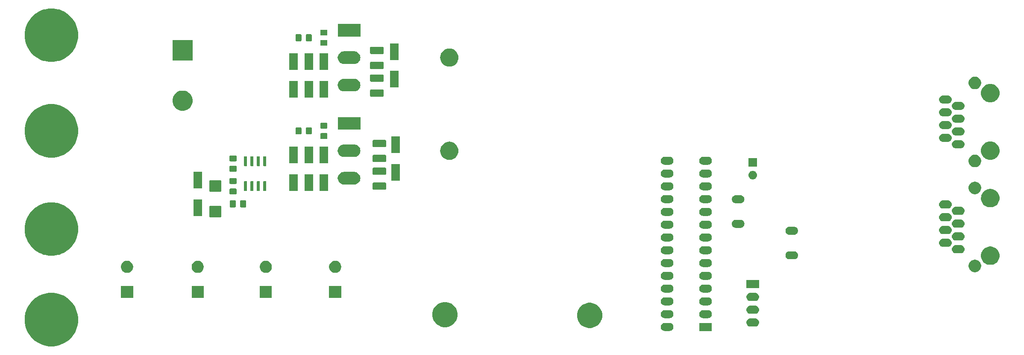
<source format=gbr>
G04 #@! TF.GenerationSoftware,KiCad,Pcbnew,5.1.4*
G04 #@! TF.CreationDate,2019-10-26T00:18:29-03:00*
G04 #@! TF.ProjectId,MCB19,4d434231-392e-46b6-9963-61645f706362,rev?*
G04 #@! TF.SameCoordinates,Original*
G04 #@! TF.FileFunction,Soldermask,Top*
G04 #@! TF.FilePolarity,Negative*
%FSLAX46Y46*%
G04 Gerber Fmt 4.6, Leading zero omitted, Abs format (unit mm)*
G04 Created by KiCad (PCBNEW 5.1.4) date 2019-10-26 00:18:29*
%MOMM*%
%LPD*%
G04 APERTURE LIST*
%ADD10C,0.100000*%
G04 APERTURE END LIST*
D10*
G36*
X58204637Y-114335784D02*
G01*
X58545953Y-114403676D01*
X58613314Y-114431578D01*
X59510490Y-114803200D01*
X60378552Y-115383221D01*
X61116779Y-116121448D01*
X61696800Y-116989510D01*
X61831956Y-117315806D01*
X62096324Y-117954047D01*
X62146917Y-118208394D01*
X62300000Y-118977994D01*
X62300000Y-120022006D01*
X62185452Y-120597876D01*
X62096324Y-121045953D01*
X62071110Y-121106825D01*
X61696800Y-122010490D01*
X61116779Y-122878552D01*
X60378552Y-123616779D01*
X59510490Y-124196800D01*
X58945477Y-124430836D01*
X58545953Y-124596324D01*
X58204637Y-124664216D01*
X57522006Y-124800000D01*
X56477994Y-124800000D01*
X55795363Y-124664216D01*
X55454047Y-124596324D01*
X55054523Y-124430836D01*
X54489510Y-124196800D01*
X53621448Y-123616779D01*
X52883221Y-122878552D01*
X52303200Y-122010490D01*
X51928890Y-121106825D01*
X51903676Y-121045953D01*
X51814548Y-120597876D01*
X51700000Y-120022006D01*
X51700000Y-118977994D01*
X51853083Y-118208394D01*
X51903676Y-117954047D01*
X52168044Y-117315806D01*
X52303200Y-116989510D01*
X52883221Y-116121448D01*
X53621448Y-115383221D01*
X54489510Y-114803200D01*
X55386686Y-114431578D01*
X55454047Y-114403676D01*
X55795363Y-114335784D01*
X56477994Y-114200000D01*
X57522006Y-114200000D01*
X58204637Y-114335784D01*
X58204637Y-114335784D01*
G37*
G36*
X187900000Y-121750000D02*
G01*
X185400000Y-121750000D01*
X185400000Y-120150000D01*
X187900000Y-120150000D01*
X187900000Y-121750000D01*
X187900000Y-121750000D01*
G37*
G36*
X179558471Y-120153859D02*
G01*
X179636827Y-120161576D01*
X179787628Y-120207321D01*
X179787630Y-120207322D01*
X179926605Y-120281606D01*
X180048422Y-120381578D01*
X180148394Y-120503395D01*
X180198895Y-120597876D01*
X180222679Y-120642372D01*
X180268424Y-120793173D01*
X180283870Y-120950000D01*
X180268424Y-121106827D01*
X180222679Y-121257628D01*
X180222678Y-121257630D01*
X180148394Y-121396605D01*
X180048422Y-121518422D01*
X179926605Y-121618394D01*
X179787630Y-121692678D01*
X179787628Y-121692679D01*
X179636827Y-121738424D01*
X179558471Y-121746141D01*
X179519294Y-121750000D01*
X178540706Y-121750000D01*
X178501529Y-121746141D01*
X178423173Y-121738424D01*
X178272372Y-121692679D01*
X178272370Y-121692678D01*
X178133395Y-121618394D01*
X178011578Y-121518422D01*
X177911606Y-121396605D01*
X177837322Y-121257630D01*
X177837321Y-121257628D01*
X177791576Y-121106827D01*
X177776130Y-120950000D01*
X177791576Y-120793173D01*
X177837321Y-120642372D01*
X177861105Y-120597876D01*
X177911606Y-120503395D01*
X178011578Y-120381578D01*
X178133395Y-120281606D01*
X178272370Y-120207322D01*
X178272372Y-120207321D01*
X178423173Y-120161576D01*
X178501529Y-120153859D01*
X178540706Y-120150000D01*
X179519294Y-120150000D01*
X179558471Y-120153859D01*
X179558471Y-120153859D01*
G37*
G36*
X164401222Y-116252073D02*
G01*
X164856192Y-116440528D01*
X164856194Y-116440529D01*
X165002659Y-116538394D01*
X165265656Y-116714123D01*
X165613877Y-117062344D01*
X165727485Y-117232370D01*
X165828250Y-117383175D01*
X165887472Y-117471808D01*
X166075927Y-117926778D01*
X166172000Y-118409770D01*
X166172000Y-118902230D01*
X166075927Y-119385222D01*
X165887472Y-119840192D01*
X165887471Y-119840194D01*
X165832026Y-119923173D01*
X165613877Y-120249656D01*
X165265656Y-120597877D01*
X165190010Y-120648422D01*
X164856194Y-120871471D01*
X164856193Y-120871472D01*
X164856192Y-120871472D01*
X164401222Y-121059927D01*
X163918230Y-121156000D01*
X163425770Y-121156000D01*
X162942778Y-121059927D01*
X162487808Y-120871472D01*
X162487807Y-120871472D01*
X162487806Y-120871471D01*
X162153990Y-120648422D01*
X162078344Y-120597877D01*
X161730123Y-120249656D01*
X161511974Y-119923173D01*
X161456529Y-119840194D01*
X161456528Y-119840192D01*
X161268073Y-119385222D01*
X161172000Y-118902230D01*
X161172000Y-118409770D01*
X161268073Y-117926778D01*
X161456528Y-117471808D01*
X161515751Y-117383175D01*
X161616515Y-117232370D01*
X161730123Y-117062344D01*
X162078344Y-116714123D01*
X162341341Y-116538394D01*
X162487806Y-116440529D01*
X162487808Y-116440528D01*
X162942778Y-116252073D01*
X163425770Y-116156000D01*
X163918230Y-116156000D01*
X164401222Y-116252073D01*
X164401222Y-116252073D01*
G37*
G36*
X135729222Y-116096073D02*
G01*
X136105841Y-116252074D01*
X136184194Y-116284529D01*
X136360590Y-116402393D01*
X136593656Y-116558123D01*
X136941877Y-116906344D01*
X137215472Y-117315808D01*
X137403927Y-117770778D01*
X137500000Y-118253770D01*
X137500000Y-118746230D01*
X137403927Y-119229222D01*
X137237397Y-119631260D01*
X137215471Y-119684194D01*
X137156552Y-119772372D01*
X136941877Y-120093656D01*
X136593656Y-120441877D01*
X136466850Y-120526606D01*
X136184194Y-120715471D01*
X136184193Y-120715472D01*
X136184192Y-120715472D01*
X135729222Y-120903927D01*
X135246230Y-121000000D01*
X134753770Y-121000000D01*
X134270778Y-120903927D01*
X133815808Y-120715472D01*
X133815807Y-120715472D01*
X133815806Y-120715471D01*
X133533150Y-120526606D01*
X133406344Y-120441877D01*
X133058123Y-120093656D01*
X132843448Y-119772372D01*
X132784529Y-119684194D01*
X132762603Y-119631260D01*
X132596073Y-119229222D01*
X132500000Y-118746230D01*
X132500000Y-118253770D01*
X132596073Y-117770778D01*
X132784528Y-117315808D01*
X133058123Y-116906344D01*
X133406344Y-116558123D01*
X133639410Y-116402393D01*
X133815806Y-116284529D01*
X133894159Y-116252074D01*
X134270778Y-116096073D01*
X134753770Y-116000000D01*
X135246230Y-116000000D01*
X135729222Y-116096073D01*
X135729222Y-116096073D01*
G37*
G36*
X196528471Y-119283859D02*
G01*
X196606827Y-119291576D01*
X196757628Y-119337321D01*
X196757630Y-119337322D01*
X196896605Y-119411606D01*
X197018422Y-119511578D01*
X197118394Y-119633395D01*
X197161027Y-119713155D01*
X197192679Y-119772372D01*
X197238424Y-119923173D01*
X197253870Y-120080000D01*
X197238424Y-120236827D01*
X197224840Y-120281606D01*
X197192678Y-120387630D01*
X197118394Y-120526605D01*
X197018422Y-120648422D01*
X196896605Y-120748394D01*
X196812826Y-120793175D01*
X196757628Y-120822679D01*
X196606827Y-120868424D01*
X196528471Y-120876141D01*
X196489294Y-120880000D01*
X195510706Y-120880000D01*
X195471529Y-120876141D01*
X195393173Y-120868424D01*
X195242372Y-120822679D01*
X195187174Y-120793175D01*
X195103395Y-120748394D01*
X194981578Y-120648422D01*
X194881606Y-120526605D01*
X194807322Y-120387630D01*
X194775160Y-120281606D01*
X194761576Y-120236827D01*
X194746130Y-120080000D01*
X194761576Y-119923173D01*
X194807321Y-119772372D01*
X194838973Y-119713155D01*
X194881606Y-119633395D01*
X194981578Y-119511578D01*
X195103395Y-119411606D01*
X195242370Y-119337322D01*
X195242372Y-119337321D01*
X195393173Y-119291576D01*
X195471529Y-119283859D01*
X195510706Y-119280000D01*
X196489294Y-119280000D01*
X196528471Y-119283859D01*
X196528471Y-119283859D01*
G37*
G36*
X187178471Y-117613859D02*
G01*
X187256827Y-117621576D01*
X187407628Y-117667321D01*
X187407630Y-117667322D01*
X187546605Y-117741606D01*
X187668422Y-117841578D01*
X187768394Y-117963395D01*
X187842678Y-118102370D01*
X187842679Y-118102372D01*
X187888424Y-118253173D01*
X187903870Y-118410000D01*
X187888424Y-118566827D01*
X187842679Y-118717628D01*
X187842678Y-118717630D01*
X187768394Y-118856605D01*
X187668422Y-118978422D01*
X187546605Y-119078394D01*
X187411776Y-119150462D01*
X187407628Y-119152679D01*
X187256827Y-119198424D01*
X187178471Y-119206141D01*
X187139294Y-119210000D01*
X186160706Y-119210000D01*
X186121529Y-119206141D01*
X186043173Y-119198424D01*
X185892372Y-119152679D01*
X185888224Y-119150462D01*
X185753395Y-119078394D01*
X185631578Y-118978422D01*
X185531606Y-118856605D01*
X185457322Y-118717630D01*
X185457321Y-118717628D01*
X185411576Y-118566827D01*
X185396130Y-118410000D01*
X185411576Y-118253173D01*
X185457321Y-118102372D01*
X185457322Y-118102370D01*
X185531606Y-117963395D01*
X185631578Y-117841578D01*
X185753395Y-117741606D01*
X185892370Y-117667322D01*
X185892372Y-117667321D01*
X186043173Y-117621576D01*
X186121529Y-117613859D01*
X186160706Y-117610000D01*
X187139294Y-117610000D01*
X187178471Y-117613859D01*
X187178471Y-117613859D01*
G37*
G36*
X179558471Y-117613859D02*
G01*
X179636827Y-117621576D01*
X179787628Y-117667321D01*
X179787630Y-117667322D01*
X179926605Y-117741606D01*
X180048422Y-117841578D01*
X180148394Y-117963395D01*
X180222678Y-118102370D01*
X180222679Y-118102372D01*
X180268424Y-118253173D01*
X180283870Y-118410000D01*
X180268424Y-118566827D01*
X180222679Y-118717628D01*
X180222678Y-118717630D01*
X180148394Y-118856605D01*
X180048422Y-118978422D01*
X179926605Y-119078394D01*
X179791776Y-119150462D01*
X179787628Y-119152679D01*
X179636827Y-119198424D01*
X179558471Y-119206141D01*
X179519294Y-119210000D01*
X178540706Y-119210000D01*
X178501529Y-119206141D01*
X178423173Y-119198424D01*
X178272372Y-119152679D01*
X178268224Y-119150462D01*
X178133395Y-119078394D01*
X178011578Y-118978422D01*
X177911606Y-118856605D01*
X177837322Y-118717630D01*
X177837321Y-118717628D01*
X177791576Y-118566827D01*
X177776130Y-118410000D01*
X177791576Y-118253173D01*
X177837321Y-118102372D01*
X177837322Y-118102370D01*
X177911606Y-117963395D01*
X178011578Y-117841578D01*
X178133395Y-117741606D01*
X178272370Y-117667322D01*
X178272372Y-117667321D01*
X178423173Y-117621576D01*
X178501529Y-117613859D01*
X178540706Y-117610000D01*
X179519294Y-117610000D01*
X179558471Y-117613859D01*
X179558471Y-117613859D01*
G37*
G36*
X196528471Y-116743859D02*
G01*
X196606827Y-116751576D01*
X196757628Y-116797321D01*
X196757630Y-116797322D01*
X196896605Y-116871606D01*
X197018422Y-116971578D01*
X197118394Y-117093395D01*
X197192678Y-117232370D01*
X197192679Y-117232372D01*
X197238424Y-117383173D01*
X197253870Y-117540000D01*
X197238424Y-117696827D01*
X197215991Y-117770778D01*
X197192678Y-117847630D01*
X197118394Y-117986605D01*
X197018422Y-118108422D01*
X196896605Y-118208394D01*
X196811709Y-118253772D01*
X196757628Y-118282679D01*
X196606827Y-118328424D01*
X196528471Y-118336141D01*
X196489294Y-118340000D01*
X195510706Y-118340000D01*
X195471529Y-118336141D01*
X195393173Y-118328424D01*
X195242372Y-118282679D01*
X195188291Y-118253772D01*
X195103395Y-118208394D01*
X194981578Y-118108422D01*
X194881606Y-117986605D01*
X194807322Y-117847630D01*
X194784009Y-117770778D01*
X194761576Y-117696827D01*
X194746130Y-117540000D01*
X194761576Y-117383173D01*
X194807321Y-117232372D01*
X194807322Y-117232370D01*
X194881606Y-117093395D01*
X194981578Y-116971578D01*
X195103395Y-116871606D01*
X195242370Y-116797322D01*
X195242372Y-116797321D01*
X195393173Y-116751576D01*
X195471529Y-116743859D01*
X195510706Y-116740000D01*
X196489294Y-116740000D01*
X196528471Y-116743859D01*
X196528471Y-116743859D01*
G37*
G36*
X187178471Y-115073859D02*
G01*
X187256827Y-115081576D01*
X187407628Y-115127321D01*
X187407630Y-115127322D01*
X187546605Y-115201606D01*
X187668422Y-115301578D01*
X187768394Y-115423395D01*
X187799013Y-115480679D01*
X187842679Y-115562372D01*
X187888424Y-115713173D01*
X187903870Y-115870000D01*
X187888424Y-116026827D01*
X187842679Y-116177628D01*
X187842678Y-116177630D01*
X187768394Y-116316605D01*
X187668422Y-116438422D01*
X187546605Y-116538394D01*
X187407630Y-116612678D01*
X187407628Y-116612679D01*
X187256827Y-116658424D01*
X187178471Y-116666141D01*
X187139294Y-116670000D01*
X186160706Y-116670000D01*
X186121529Y-116666141D01*
X186043173Y-116658424D01*
X185892372Y-116612679D01*
X185892370Y-116612678D01*
X185753395Y-116538394D01*
X185631578Y-116438422D01*
X185531606Y-116316605D01*
X185457322Y-116177630D01*
X185457321Y-116177628D01*
X185411576Y-116026827D01*
X185396130Y-115870000D01*
X185411576Y-115713173D01*
X185457321Y-115562372D01*
X185500987Y-115480679D01*
X185531606Y-115423395D01*
X185631578Y-115301578D01*
X185753395Y-115201606D01*
X185892370Y-115127322D01*
X185892372Y-115127321D01*
X186043173Y-115081576D01*
X186121529Y-115073859D01*
X186160706Y-115070000D01*
X187139294Y-115070000D01*
X187178471Y-115073859D01*
X187178471Y-115073859D01*
G37*
G36*
X179558471Y-115073859D02*
G01*
X179636827Y-115081576D01*
X179787628Y-115127321D01*
X179787630Y-115127322D01*
X179926605Y-115201606D01*
X180048422Y-115301578D01*
X180148394Y-115423395D01*
X180179013Y-115480679D01*
X180222679Y-115562372D01*
X180268424Y-115713173D01*
X180283870Y-115870000D01*
X180268424Y-116026827D01*
X180222679Y-116177628D01*
X180222678Y-116177630D01*
X180148394Y-116316605D01*
X180048422Y-116438422D01*
X179926605Y-116538394D01*
X179787630Y-116612678D01*
X179787628Y-116612679D01*
X179636827Y-116658424D01*
X179558471Y-116666141D01*
X179519294Y-116670000D01*
X178540706Y-116670000D01*
X178501529Y-116666141D01*
X178423173Y-116658424D01*
X178272372Y-116612679D01*
X178272370Y-116612678D01*
X178133395Y-116538394D01*
X178011578Y-116438422D01*
X177911606Y-116316605D01*
X177837322Y-116177630D01*
X177837321Y-116177628D01*
X177791576Y-116026827D01*
X177776130Y-115870000D01*
X177791576Y-115713173D01*
X177837321Y-115562372D01*
X177880987Y-115480679D01*
X177911606Y-115423395D01*
X178011578Y-115301578D01*
X178133395Y-115201606D01*
X178272370Y-115127322D01*
X178272372Y-115127321D01*
X178423173Y-115081576D01*
X178501529Y-115073859D01*
X178540706Y-115070000D01*
X179519294Y-115070000D01*
X179558471Y-115073859D01*
X179558471Y-115073859D01*
G37*
G36*
X196528471Y-114203859D02*
G01*
X196606827Y-114211576D01*
X196757628Y-114257321D01*
X196757630Y-114257322D01*
X196896605Y-114331606D01*
X196896607Y-114331607D01*
X196896606Y-114331607D01*
X197018422Y-114431578D01*
X197118393Y-114553394D01*
X197192679Y-114692372D01*
X197238424Y-114843173D01*
X197253870Y-115000000D01*
X197238424Y-115156827D01*
X197224840Y-115201606D01*
X197192678Y-115307630D01*
X197118394Y-115446605D01*
X197018422Y-115568422D01*
X196896605Y-115668394D01*
X196812826Y-115713175D01*
X196757628Y-115742679D01*
X196606827Y-115788424D01*
X196528471Y-115796141D01*
X196489294Y-115800000D01*
X195510706Y-115800000D01*
X195471529Y-115796141D01*
X195393173Y-115788424D01*
X195242372Y-115742679D01*
X195187174Y-115713175D01*
X195103395Y-115668394D01*
X194981578Y-115568422D01*
X194881606Y-115446605D01*
X194807322Y-115307630D01*
X194775160Y-115201606D01*
X194761576Y-115156827D01*
X194746130Y-115000000D01*
X194761576Y-114843173D01*
X194807321Y-114692372D01*
X194881607Y-114553394D01*
X194981578Y-114431578D01*
X195103394Y-114331607D01*
X195103393Y-114331607D01*
X195103395Y-114331606D01*
X195242370Y-114257322D01*
X195242372Y-114257321D01*
X195393173Y-114211576D01*
X195471529Y-114203859D01*
X195510706Y-114200000D01*
X196489294Y-114200000D01*
X196528471Y-114203859D01*
X196528471Y-114203859D01*
G37*
G36*
X114450000Y-115200000D02*
G01*
X112050000Y-115200000D01*
X112050000Y-112800000D01*
X114450000Y-112800000D01*
X114450000Y-115200000D01*
X114450000Y-115200000D01*
G37*
G36*
X73200000Y-115200000D02*
G01*
X70800000Y-115200000D01*
X70800000Y-112800000D01*
X73200000Y-112800000D01*
X73200000Y-115200000D01*
X73200000Y-115200000D01*
G37*
G36*
X87200000Y-115200000D02*
G01*
X84800000Y-115200000D01*
X84800000Y-112800000D01*
X87200000Y-112800000D01*
X87200000Y-115200000D01*
X87200000Y-115200000D01*
G37*
G36*
X100700000Y-115200000D02*
G01*
X98300000Y-115200000D01*
X98300000Y-112800000D01*
X100700000Y-112800000D01*
X100700000Y-115200000D01*
X100700000Y-115200000D01*
G37*
G36*
X179558471Y-112533859D02*
G01*
X179636827Y-112541576D01*
X179787628Y-112587321D01*
X179787630Y-112587322D01*
X179926605Y-112661606D01*
X179926607Y-112661607D01*
X179926606Y-112661607D01*
X180048422Y-112761578D01*
X180148393Y-112883394D01*
X180222679Y-113022372D01*
X180268424Y-113173173D01*
X180283870Y-113330000D01*
X180268424Y-113486827D01*
X180222679Y-113637628D01*
X180222678Y-113637630D01*
X180148394Y-113776605D01*
X180048422Y-113898422D01*
X179926605Y-113998394D01*
X179787630Y-114072678D01*
X179787628Y-114072679D01*
X179636827Y-114118424D01*
X179558471Y-114126141D01*
X179519294Y-114130000D01*
X178540706Y-114130000D01*
X178501529Y-114126141D01*
X178423173Y-114118424D01*
X178272372Y-114072679D01*
X178272370Y-114072678D01*
X178133395Y-113998394D01*
X178011578Y-113898422D01*
X177911606Y-113776605D01*
X177837322Y-113637630D01*
X177837321Y-113637628D01*
X177791576Y-113486827D01*
X177776130Y-113330000D01*
X177791576Y-113173173D01*
X177837321Y-113022372D01*
X177911607Y-112883394D01*
X178011578Y-112761578D01*
X178133394Y-112661607D01*
X178133393Y-112661607D01*
X178133395Y-112661606D01*
X178272370Y-112587322D01*
X178272372Y-112587321D01*
X178423173Y-112541576D01*
X178501529Y-112533859D01*
X178540706Y-112530000D01*
X179519294Y-112530000D01*
X179558471Y-112533859D01*
X179558471Y-112533859D01*
G37*
G36*
X187178471Y-112533859D02*
G01*
X187256827Y-112541576D01*
X187407628Y-112587321D01*
X187407630Y-112587322D01*
X187546605Y-112661606D01*
X187546607Y-112661607D01*
X187546606Y-112661607D01*
X187668422Y-112761578D01*
X187768393Y-112883394D01*
X187842679Y-113022372D01*
X187888424Y-113173173D01*
X187903870Y-113330000D01*
X187888424Y-113486827D01*
X187842679Y-113637628D01*
X187842678Y-113637630D01*
X187768394Y-113776605D01*
X187668422Y-113898422D01*
X187546605Y-113998394D01*
X187407630Y-114072678D01*
X187407628Y-114072679D01*
X187256827Y-114118424D01*
X187178471Y-114126141D01*
X187139294Y-114130000D01*
X186160706Y-114130000D01*
X186121529Y-114126141D01*
X186043173Y-114118424D01*
X185892372Y-114072679D01*
X185892370Y-114072678D01*
X185753395Y-113998394D01*
X185631578Y-113898422D01*
X185531606Y-113776605D01*
X185457322Y-113637630D01*
X185457321Y-113637628D01*
X185411576Y-113486827D01*
X185396130Y-113330000D01*
X185411576Y-113173173D01*
X185457321Y-113022372D01*
X185531607Y-112883394D01*
X185631578Y-112761578D01*
X185753394Y-112661607D01*
X185753393Y-112661607D01*
X185753395Y-112661606D01*
X185892370Y-112587322D01*
X185892372Y-112587321D01*
X186043173Y-112541576D01*
X186121529Y-112533859D01*
X186160706Y-112530000D01*
X187139294Y-112530000D01*
X187178471Y-112533859D01*
X187178471Y-112533859D01*
G37*
G36*
X197250000Y-113260000D02*
G01*
X194750000Y-113260000D01*
X194750000Y-111660000D01*
X197250000Y-111660000D01*
X197250000Y-113260000D01*
X197250000Y-113260000D01*
G37*
G36*
X187178471Y-109993859D02*
G01*
X187256827Y-110001576D01*
X187407628Y-110047321D01*
X187407630Y-110047322D01*
X187546605Y-110121606D01*
X187546607Y-110121607D01*
X187546606Y-110121607D01*
X187668422Y-110221578D01*
X187768393Y-110343394D01*
X187842679Y-110482372D01*
X187888424Y-110633173D01*
X187903870Y-110790000D01*
X187888424Y-110946827D01*
X187842679Y-111097628D01*
X187842678Y-111097630D01*
X187768394Y-111236605D01*
X187668422Y-111358422D01*
X187546605Y-111458394D01*
X187407630Y-111532678D01*
X187407628Y-111532679D01*
X187256827Y-111578424D01*
X187178471Y-111586141D01*
X187139294Y-111590000D01*
X186160706Y-111590000D01*
X186121529Y-111586141D01*
X186043173Y-111578424D01*
X185892372Y-111532679D01*
X185892370Y-111532678D01*
X185753395Y-111458394D01*
X185631578Y-111358422D01*
X185531606Y-111236605D01*
X185457322Y-111097630D01*
X185457321Y-111097628D01*
X185411576Y-110946827D01*
X185396130Y-110790000D01*
X185411576Y-110633173D01*
X185457321Y-110482372D01*
X185531607Y-110343394D01*
X185631578Y-110221578D01*
X185753394Y-110121607D01*
X185753393Y-110121607D01*
X185753395Y-110121606D01*
X185892370Y-110047322D01*
X185892372Y-110047321D01*
X186043173Y-110001576D01*
X186121529Y-109993859D01*
X186160706Y-109990000D01*
X187139294Y-109990000D01*
X187178471Y-109993859D01*
X187178471Y-109993859D01*
G37*
G36*
X179558471Y-109993859D02*
G01*
X179636827Y-110001576D01*
X179787628Y-110047321D01*
X179787630Y-110047322D01*
X179926605Y-110121606D01*
X179926607Y-110121607D01*
X179926606Y-110121607D01*
X180048422Y-110221578D01*
X180148393Y-110343394D01*
X180222679Y-110482372D01*
X180268424Y-110633173D01*
X180283870Y-110790000D01*
X180268424Y-110946827D01*
X180222679Y-111097628D01*
X180222678Y-111097630D01*
X180148394Y-111236605D01*
X180048422Y-111358422D01*
X179926605Y-111458394D01*
X179787630Y-111532678D01*
X179787628Y-111532679D01*
X179636827Y-111578424D01*
X179558471Y-111586141D01*
X179519294Y-111590000D01*
X178540706Y-111590000D01*
X178501529Y-111586141D01*
X178423173Y-111578424D01*
X178272372Y-111532679D01*
X178272370Y-111532678D01*
X178133395Y-111458394D01*
X178011578Y-111358422D01*
X177911606Y-111236605D01*
X177837322Y-111097630D01*
X177837321Y-111097628D01*
X177791576Y-110946827D01*
X177776130Y-110790000D01*
X177791576Y-110633173D01*
X177837321Y-110482372D01*
X177911607Y-110343394D01*
X178011578Y-110221578D01*
X178133394Y-110121607D01*
X178133393Y-110121607D01*
X178133395Y-110121606D01*
X178272370Y-110047322D01*
X178272372Y-110047321D01*
X178423173Y-110001576D01*
X178501529Y-109993859D01*
X178540706Y-109990000D01*
X179519294Y-109990000D01*
X179558471Y-109993859D01*
X179558471Y-109993859D01*
G37*
G36*
X72350026Y-107846115D02*
G01*
X72568411Y-107936573D01*
X72568413Y-107936574D01*
X72764955Y-108067899D01*
X72932101Y-108235045D01*
X73046881Y-108406825D01*
X73063427Y-108431589D01*
X73153885Y-108649974D01*
X73200000Y-108881809D01*
X73200000Y-109118191D01*
X73153885Y-109350026D01*
X73127761Y-109413095D01*
X73063426Y-109568413D01*
X72932101Y-109764955D01*
X72764955Y-109932101D01*
X72568413Y-110063426D01*
X72568412Y-110063427D01*
X72568411Y-110063427D01*
X72350026Y-110153885D01*
X72118191Y-110200000D01*
X71881809Y-110200000D01*
X71649974Y-110153885D01*
X71431589Y-110063427D01*
X71431588Y-110063427D01*
X71431587Y-110063426D01*
X71235045Y-109932101D01*
X71067899Y-109764955D01*
X70936574Y-109568413D01*
X70872239Y-109413095D01*
X70846115Y-109350026D01*
X70800000Y-109118191D01*
X70800000Y-108881809D01*
X70846115Y-108649974D01*
X70936573Y-108431589D01*
X70953120Y-108406825D01*
X71067899Y-108235045D01*
X71235045Y-108067899D01*
X71431587Y-107936574D01*
X71431589Y-107936573D01*
X71649974Y-107846115D01*
X71881809Y-107800000D01*
X72118191Y-107800000D01*
X72350026Y-107846115D01*
X72350026Y-107846115D01*
G37*
G36*
X99850026Y-107846115D02*
G01*
X100068411Y-107936573D01*
X100068413Y-107936574D01*
X100264955Y-108067899D01*
X100432101Y-108235045D01*
X100546881Y-108406825D01*
X100563427Y-108431589D01*
X100653885Y-108649974D01*
X100700000Y-108881809D01*
X100700000Y-109118191D01*
X100653885Y-109350026D01*
X100627761Y-109413095D01*
X100563426Y-109568413D01*
X100432101Y-109764955D01*
X100264955Y-109932101D01*
X100068413Y-110063426D01*
X100068412Y-110063427D01*
X100068411Y-110063427D01*
X99850026Y-110153885D01*
X99618191Y-110200000D01*
X99381809Y-110200000D01*
X99149974Y-110153885D01*
X98931589Y-110063427D01*
X98931588Y-110063427D01*
X98931587Y-110063426D01*
X98735045Y-109932101D01*
X98567899Y-109764955D01*
X98436574Y-109568413D01*
X98372239Y-109413095D01*
X98346115Y-109350026D01*
X98300000Y-109118191D01*
X98300000Y-108881809D01*
X98346115Y-108649974D01*
X98436573Y-108431589D01*
X98453120Y-108406825D01*
X98567899Y-108235045D01*
X98735045Y-108067899D01*
X98931587Y-107936574D01*
X98931589Y-107936573D01*
X99149974Y-107846115D01*
X99381809Y-107800000D01*
X99618191Y-107800000D01*
X99850026Y-107846115D01*
X99850026Y-107846115D01*
G37*
G36*
X113600026Y-107846115D02*
G01*
X113818411Y-107936573D01*
X113818413Y-107936574D01*
X114014955Y-108067899D01*
X114182101Y-108235045D01*
X114296881Y-108406825D01*
X114313427Y-108431589D01*
X114403885Y-108649974D01*
X114450000Y-108881809D01*
X114450000Y-109118191D01*
X114403885Y-109350026D01*
X114377761Y-109413095D01*
X114313426Y-109568413D01*
X114182101Y-109764955D01*
X114014955Y-109932101D01*
X113818413Y-110063426D01*
X113818412Y-110063427D01*
X113818411Y-110063427D01*
X113600026Y-110153885D01*
X113368191Y-110200000D01*
X113131809Y-110200000D01*
X112899974Y-110153885D01*
X112681589Y-110063427D01*
X112681588Y-110063427D01*
X112681587Y-110063426D01*
X112485045Y-109932101D01*
X112317899Y-109764955D01*
X112186574Y-109568413D01*
X112122239Y-109413095D01*
X112096115Y-109350026D01*
X112050000Y-109118191D01*
X112050000Y-108881809D01*
X112096115Y-108649974D01*
X112186573Y-108431589D01*
X112203120Y-108406825D01*
X112317899Y-108235045D01*
X112485045Y-108067899D01*
X112681587Y-107936574D01*
X112681589Y-107936573D01*
X112899974Y-107846115D01*
X113131809Y-107800000D01*
X113368191Y-107800000D01*
X113600026Y-107846115D01*
X113600026Y-107846115D01*
G37*
G36*
X86350026Y-107846115D02*
G01*
X86568411Y-107936573D01*
X86568413Y-107936574D01*
X86764955Y-108067899D01*
X86932101Y-108235045D01*
X87046881Y-108406825D01*
X87063427Y-108431589D01*
X87153885Y-108649974D01*
X87200000Y-108881809D01*
X87200000Y-109118191D01*
X87153885Y-109350026D01*
X87127761Y-109413095D01*
X87063426Y-109568413D01*
X86932101Y-109764955D01*
X86764955Y-109932101D01*
X86568413Y-110063426D01*
X86568412Y-110063427D01*
X86568411Y-110063427D01*
X86350026Y-110153885D01*
X86118191Y-110200000D01*
X85881809Y-110200000D01*
X85649974Y-110153885D01*
X85431589Y-110063427D01*
X85431588Y-110063427D01*
X85431587Y-110063426D01*
X85235045Y-109932101D01*
X85067899Y-109764955D01*
X84936574Y-109568413D01*
X84872239Y-109413095D01*
X84846115Y-109350026D01*
X84800000Y-109118191D01*
X84800000Y-108881809D01*
X84846115Y-108649974D01*
X84936573Y-108431589D01*
X84953120Y-108406825D01*
X85067899Y-108235045D01*
X85235045Y-108067899D01*
X85431587Y-107936574D01*
X85431589Y-107936573D01*
X85649974Y-107846115D01*
X85881809Y-107800000D01*
X86118191Y-107800000D01*
X86350026Y-107846115D01*
X86350026Y-107846115D01*
G37*
G36*
X240392610Y-107619036D02*
G01*
X240620095Y-107713264D01*
X240620097Y-107713265D01*
X240749905Y-107800000D01*
X240824828Y-107850062D01*
X240998938Y-108024172D01*
X241135736Y-108228905D01*
X241229964Y-108456390D01*
X241278000Y-108697884D01*
X241278000Y-108944116D01*
X241229964Y-109185610D01*
X241161860Y-109350026D01*
X241135735Y-109413097D01*
X240998938Y-109617828D01*
X240824828Y-109791938D01*
X240620097Y-109928735D01*
X240620096Y-109928736D01*
X240620095Y-109928736D01*
X240392610Y-110022964D01*
X240151116Y-110071000D01*
X239904884Y-110071000D01*
X239663390Y-110022964D01*
X239435905Y-109928736D01*
X239435904Y-109928736D01*
X239435903Y-109928735D01*
X239231172Y-109791938D01*
X239057062Y-109617828D01*
X238920265Y-109413097D01*
X238894140Y-109350026D01*
X238826036Y-109185610D01*
X238778000Y-108944116D01*
X238778000Y-108697884D01*
X238826036Y-108456390D01*
X238920264Y-108228905D01*
X239057062Y-108024172D01*
X239231172Y-107850062D01*
X239306095Y-107800000D01*
X239435903Y-107713265D01*
X239435905Y-107713264D01*
X239663390Y-107619036D01*
X239904884Y-107571000D01*
X240151116Y-107571000D01*
X240392610Y-107619036D01*
X240392610Y-107619036D01*
G37*
G36*
X179558471Y-107453859D02*
G01*
X179636827Y-107461576D01*
X179787628Y-107507321D01*
X179787630Y-107507322D01*
X179926605Y-107581606D01*
X179926607Y-107581607D01*
X179926606Y-107581607D01*
X180048422Y-107681578D01*
X180148393Y-107803394D01*
X180222679Y-107942372D01*
X180268424Y-108093173D01*
X180283870Y-108250000D01*
X180268424Y-108406827D01*
X180222679Y-108557628D01*
X180222678Y-108557630D01*
X180148394Y-108696605D01*
X180048422Y-108818422D01*
X179926605Y-108918394D01*
X179787630Y-108992678D01*
X179787628Y-108992679D01*
X179636827Y-109038424D01*
X179558471Y-109046141D01*
X179519294Y-109050000D01*
X178540706Y-109050000D01*
X178501529Y-109046141D01*
X178423173Y-109038424D01*
X178272372Y-108992679D01*
X178272370Y-108992678D01*
X178133395Y-108918394D01*
X178011578Y-108818422D01*
X177911606Y-108696605D01*
X177837322Y-108557630D01*
X177837321Y-108557628D01*
X177791576Y-108406827D01*
X177776130Y-108250000D01*
X177791576Y-108093173D01*
X177837321Y-107942372D01*
X177911607Y-107803394D01*
X178011578Y-107681578D01*
X178133394Y-107581607D01*
X178133393Y-107581607D01*
X178133395Y-107581606D01*
X178272370Y-107507322D01*
X178272372Y-107507321D01*
X178423173Y-107461576D01*
X178501529Y-107453859D01*
X178540706Y-107450000D01*
X179519294Y-107450000D01*
X179558471Y-107453859D01*
X179558471Y-107453859D01*
G37*
G36*
X187178471Y-107453859D02*
G01*
X187256827Y-107461576D01*
X187407628Y-107507321D01*
X187407630Y-107507322D01*
X187546605Y-107581606D01*
X187546607Y-107581607D01*
X187546606Y-107581607D01*
X187668422Y-107681578D01*
X187768393Y-107803394D01*
X187842679Y-107942372D01*
X187888424Y-108093173D01*
X187903870Y-108250000D01*
X187888424Y-108406827D01*
X187842679Y-108557628D01*
X187842678Y-108557630D01*
X187768394Y-108696605D01*
X187668422Y-108818422D01*
X187546605Y-108918394D01*
X187407630Y-108992678D01*
X187407628Y-108992679D01*
X187256827Y-109038424D01*
X187178471Y-109046141D01*
X187139294Y-109050000D01*
X186160706Y-109050000D01*
X186121529Y-109046141D01*
X186043173Y-109038424D01*
X185892372Y-108992679D01*
X185892370Y-108992678D01*
X185753395Y-108918394D01*
X185631578Y-108818422D01*
X185531606Y-108696605D01*
X185457322Y-108557630D01*
X185457321Y-108557628D01*
X185411576Y-108406827D01*
X185396130Y-108250000D01*
X185411576Y-108093173D01*
X185457321Y-107942372D01*
X185531607Y-107803394D01*
X185631578Y-107681578D01*
X185753394Y-107581607D01*
X185753393Y-107581607D01*
X185753395Y-107581606D01*
X185892370Y-107507322D01*
X185892372Y-107507321D01*
X186043173Y-107461576D01*
X186121529Y-107453859D01*
X186160706Y-107450000D01*
X187139294Y-107450000D01*
X187178471Y-107453859D01*
X187178471Y-107453859D01*
G37*
G36*
X243396893Y-104988678D02*
G01*
X243610333Y-105031134D01*
X243702703Y-105069395D01*
X243942460Y-105168705D01*
X244241369Y-105368430D01*
X244495570Y-105622631D01*
X244695295Y-105921540D01*
X244747513Y-106047606D01*
X244832866Y-106253667D01*
X244903000Y-106606253D01*
X244903000Y-106965747D01*
X244832866Y-107318333D01*
X244778328Y-107450000D01*
X244695295Y-107650460D01*
X244495570Y-107949369D01*
X244241369Y-108203570D01*
X243942460Y-108403295D01*
X243814276Y-108456390D01*
X243610333Y-108540866D01*
X243526065Y-108557628D01*
X243257748Y-108611000D01*
X242898252Y-108611000D01*
X242629935Y-108557628D01*
X242545667Y-108540866D01*
X242341724Y-108456390D01*
X242213540Y-108403295D01*
X241914631Y-108203570D01*
X241660430Y-107949369D01*
X241460705Y-107650460D01*
X241377672Y-107450000D01*
X241323134Y-107318333D01*
X241253000Y-106965747D01*
X241253000Y-106606253D01*
X241323134Y-106253667D01*
X241408487Y-106047606D01*
X241460705Y-105921540D01*
X241660430Y-105622631D01*
X241914631Y-105368430D01*
X242213540Y-105168705D01*
X242453297Y-105069395D01*
X242545667Y-105031134D01*
X242759107Y-104988678D01*
X242898252Y-104961000D01*
X243257748Y-104961000D01*
X243396893Y-104988678D01*
X243396893Y-104988678D01*
G37*
G36*
X204262471Y-105919859D02*
G01*
X204340827Y-105927576D01*
X204491628Y-105973321D01*
X204491630Y-105973322D01*
X204630605Y-106047606D01*
X204752422Y-106147578D01*
X204843600Y-106258679D01*
X204852393Y-106269394D01*
X204926679Y-106408372D01*
X204972424Y-106559173D01*
X204987870Y-106716000D01*
X204972424Y-106872827D01*
X204926679Y-107023628D01*
X204926678Y-107023630D01*
X204852394Y-107162605D01*
X204752422Y-107284422D01*
X204630605Y-107384394D01*
X204507865Y-107450000D01*
X204491628Y-107458679D01*
X204340827Y-107504424D01*
X204262471Y-107512141D01*
X204223294Y-107516000D01*
X203244706Y-107516000D01*
X203205529Y-107512141D01*
X203127173Y-107504424D01*
X202976372Y-107458679D01*
X202960135Y-107450000D01*
X202837395Y-107384394D01*
X202715578Y-107284422D01*
X202615606Y-107162605D01*
X202541322Y-107023630D01*
X202541321Y-107023628D01*
X202495576Y-106872827D01*
X202480130Y-106716000D01*
X202495576Y-106559173D01*
X202541321Y-106408372D01*
X202615607Y-106269394D01*
X202624401Y-106258679D01*
X202715578Y-106147578D01*
X202837395Y-106047606D01*
X202976370Y-105973322D01*
X202976372Y-105973321D01*
X203127173Y-105927576D01*
X203205529Y-105919859D01*
X203244706Y-105916000D01*
X204223294Y-105916000D01*
X204262471Y-105919859D01*
X204262471Y-105919859D01*
G37*
G36*
X58117091Y-96318370D02*
G01*
X58545953Y-96403676D01*
X58704081Y-96469175D01*
X59510490Y-96803200D01*
X60378552Y-97383221D01*
X61116779Y-98121448D01*
X61696800Y-98989510D01*
X61768584Y-99162812D01*
X62096324Y-99954047D01*
X62136569Y-100156372D01*
X62300000Y-100977994D01*
X62300000Y-102022006D01*
X62164216Y-102704637D01*
X62096324Y-103045953D01*
X62044942Y-103170000D01*
X61696800Y-104010490D01*
X61116779Y-104878552D01*
X60378552Y-105616779D01*
X59510490Y-106196800D01*
X58999714Y-106408370D01*
X58545953Y-106596324D01*
X58204637Y-106664216D01*
X57522006Y-106800000D01*
X56477994Y-106800000D01*
X55795363Y-106664216D01*
X55454047Y-106596324D01*
X55000286Y-106408370D01*
X54489510Y-106196800D01*
X53621448Y-105616779D01*
X52883221Y-104878552D01*
X52303200Y-104010490D01*
X51955058Y-103170000D01*
X51903676Y-103045953D01*
X51835784Y-102704637D01*
X51700000Y-102022006D01*
X51700000Y-100977994D01*
X51863431Y-100156372D01*
X51903676Y-99954047D01*
X52231416Y-99162812D01*
X52303200Y-98989510D01*
X52883221Y-98121448D01*
X53621448Y-97383221D01*
X54489510Y-96803200D01*
X55295919Y-96469175D01*
X55454047Y-96403676D01*
X55882909Y-96318370D01*
X56477994Y-96200000D01*
X57522006Y-96200000D01*
X58117091Y-96318370D01*
X58117091Y-96318370D01*
G37*
G36*
X187178471Y-104913859D02*
G01*
X187256827Y-104921576D01*
X187407628Y-104967321D01*
X187407630Y-104967322D01*
X187546605Y-105041606D01*
X187668422Y-105141578D01*
X187768394Y-105263395D01*
X187842678Y-105402370D01*
X187842679Y-105402372D01*
X187888424Y-105553173D01*
X187903870Y-105710000D01*
X187888424Y-105866827D01*
X187856119Y-105973321D01*
X187842678Y-106017630D01*
X187768394Y-106156605D01*
X187668422Y-106278422D01*
X187546605Y-106378394D01*
X187490524Y-106408370D01*
X187407628Y-106452679D01*
X187256827Y-106498424D01*
X187178471Y-106506141D01*
X187139294Y-106510000D01*
X186160706Y-106510000D01*
X186121529Y-106506141D01*
X186043173Y-106498424D01*
X185892372Y-106452679D01*
X185809476Y-106408370D01*
X185753395Y-106378394D01*
X185631578Y-106278422D01*
X185531606Y-106156605D01*
X185457322Y-106017630D01*
X185443881Y-105973321D01*
X185411576Y-105866827D01*
X185396130Y-105710000D01*
X185411576Y-105553173D01*
X185457321Y-105402372D01*
X185457322Y-105402370D01*
X185531606Y-105263395D01*
X185631578Y-105141578D01*
X185753395Y-105041606D01*
X185892370Y-104967322D01*
X185892372Y-104967321D01*
X186043173Y-104921576D01*
X186121529Y-104913859D01*
X186160706Y-104910000D01*
X187139294Y-104910000D01*
X187178471Y-104913859D01*
X187178471Y-104913859D01*
G37*
G36*
X179558471Y-104913859D02*
G01*
X179636827Y-104921576D01*
X179787628Y-104967321D01*
X179787630Y-104967322D01*
X179926605Y-105041606D01*
X180048422Y-105141578D01*
X180148394Y-105263395D01*
X180222678Y-105402370D01*
X180222679Y-105402372D01*
X180268424Y-105553173D01*
X180283870Y-105710000D01*
X180268424Y-105866827D01*
X180236119Y-105973321D01*
X180222678Y-106017630D01*
X180148394Y-106156605D01*
X180048422Y-106278422D01*
X179926605Y-106378394D01*
X179870524Y-106408370D01*
X179787628Y-106452679D01*
X179636827Y-106498424D01*
X179558471Y-106506141D01*
X179519294Y-106510000D01*
X178540706Y-106510000D01*
X178501529Y-106506141D01*
X178423173Y-106498424D01*
X178272372Y-106452679D01*
X178189476Y-106408370D01*
X178133395Y-106378394D01*
X178011578Y-106278422D01*
X177911606Y-106156605D01*
X177837322Y-106017630D01*
X177823881Y-105973321D01*
X177791576Y-105866827D01*
X177776130Y-105710000D01*
X177791576Y-105553173D01*
X177837321Y-105402372D01*
X177837322Y-105402370D01*
X177911606Y-105263395D01*
X178011578Y-105141578D01*
X178133395Y-105041606D01*
X178272370Y-104967322D01*
X178272372Y-104967321D01*
X178423173Y-104921576D01*
X178501529Y-104913859D01*
X178540706Y-104910000D01*
X179519294Y-104910000D01*
X179558471Y-104913859D01*
X179558471Y-104913859D01*
G37*
G36*
X237256471Y-104719859D02*
G01*
X237334827Y-104727576D01*
X237485628Y-104773321D01*
X237485630Y-104773322D01*
X237624605Y-104847606D01*
X237746422Y-104947578D01*
X237846394Y-105069395D01*
X237899477Y-105168706D01*
X237920679Y-105208372D01*
X237966424Y-105359173D01*
X237981870Y-105516000D01*
X237966424Y-105672827D01*
X237920679Y-105823628D01*
X237920678Y-105823630D01*
X237846394Y-105962605D01*
X237746422Y-106084422D01*
X237624605Y-106184394D01*
X237495005Y-106253667D01*
X237485628Y-106258679D01*
X237334827Y-106304424D01*
X237256471Y-106312141D01*
X237217294Y-106316000D01*
X236238706Y-106316000D01*
X236199529Y-106312141D01*
X236121173Y-106304424D01*
X235970372Y-106258679D01*
X235960995Y-106253667D01*
X235831395Y-106184394D01*
X235709578Y-106084422D01*
X235609606Y-105962605D01*
X235535322Y-105823630D01*
X235535321Y-105823628D01*
X235489576Y-105672827D01*
X235474130Y-105516000D01*
X235489576Y-105359173D01*
X235535321Y-105208372D01*
X235556523Y-105168706D01*
X235609606Y-105069395D01*
X235709578Y-104947578D01*
X235831395Y-104847606D01*
X235970370Y-104773322D01*
X235970372Y-104773321D01*
X236121173Y-104727576D01*
X236199529Y-104719859D01*
X236238706Y-104716000D01*
X237217294Y-104716000D01*
X237256471Y-104719859D01*
X237256471Y-104719859D01*
G37*
G36*
X234716471Y-103449859D02*
G01*
X234794827Y-103457576D01*
X234945628Y-103503321D01*
X234945630Y-103503322D01*
X235084605Y-103577606D01*
X235206422Y-103677578D01*
X235306394Y-103799395D01*
X235366945Y-103912678D01*
X235380679Y-103938372D01*
X235426424Y-104089173D01*
X235441870Y-104246000D01*
X235426424Y-104402827D01*
X235380679Y-104553628D01*
X235380678Y-104553630D01*
X235306394Y-104692605D01*
X235206422Y-104814422D01*
X235084605Y-104914394D01*
X234985586Y-104967321D01*
X234945628Y-104988679D01*
X234794827Y-105034424D01*
X234721906Y-105041606D01*
X234677294Y-105046000D01*
X233698706Y-105046000D01*
X233654094Y-105041606D01*
X233581173Y-105034424D01*
X233430372Y-104988679D01*
X233390414Y-104967321D01*
X233291395Y-104914394D01*
X233169578Y-104814422D01*
X233069606Y-104692605D01*
X232995322Y-104553630D01*
X232995321Y-104553628D01*
X232949576Y-104402827D01*
X232934130Y-104246000D01*
X232949576Y-104089173D01*
X232995321Y-103938372D01*
X233009055Y-103912678D01*
X233069606Y-103799395D01*
X233169578Y-103677578D01*
X233291395Y-103577606D01*
X233430370Y-103503322D01*
X233430372Y-103503321D01*
X233581173Y-103457576D01*
X233659529Y-103449859D01*
X233698706Y-103446000D01*
X234677294Y-103446000D01*
X234716471Y-103449859D01*
X234716471Y-103449859D01*
G37*
G36*
X187178471Y-102373859D02*
G01*
X187256827Y-102381576D01*
X187407628Y-102427321D01*
X187407630Y-102427322D01*
X187546605Y-102501606D01*
X187668422Y-102601578D01*
X187768394Y-102723395D01*
X187819590Y-102819175D01*
X187842679Y-102862372D01*
X187888424Y-103013173D01*
X187903870Y-103170000D01*
X187888424Y-103326827D01*
X187842679Y-103477628D01*
X187842678Y-103477630D01*
X187768394Y-103616605D01*
X187668422Y-103738422D01*
X187546605Y-103838394D01*
X187472427Y-103878043D01*
X187407628Y-103912679D01*
X187256827Y-103958424D01*
X187178471Y-103966141D01*
X187139294Y-103970000D01*
X186160706Y-103970000D01*
X186121529Y-103966141D01*
X186043173Y-103958424D01*
X185892372Y-103912679D01*
X185827573Y-103878043D01*
X185753395Y-103838394D01*
X185631578Y-103738422D01*
X185531606Y-103616605D01*
X185457322Y-103477630D01*
X185457321Y-103477628D01*
X185411576Y-103326827D01*
X185396130Y-103170000D01*
X185411576Y-103013173D01*
X185457321Y-102862372D01*
X185480410Y-102819175D01*
X185531606Y-102723395D01*
X185631578Y-102601578D01*
X185753395Y-102501606D01*
X185892370Y-102427322D01*
X185892372Y-102427321D01*
X186043173Y-102381576D01*
X186121529Y-102373859D01*
X186160706Y-102370000D01*
X187139294Y-102370000D01*
X187178471Y-102373859D01*
X187178471Y-102373859D01*
G37*
G36*
X179558471Y-102373859D02*
G01*
X179636827Y-102381576D01*
X179787628Y-102427321D01*
X179787630Y-102427322D01*
X179926605Y-102501606D01*
X180048422Y-102601578D01*
X180148394Y-102723395D01*
X180199590Y-102819175D01*
X180222679Y-102862372D01*
X180268424Y-103013173D01*
X180283870Y-103170000D01*
X180268424Y-103326827D01*
X180222679Y-103477628D01*
X180222678Y-103477630D01*
X180148394Y-103616605D01*
X180048422Y-103738422D01*
X179926605Y-103838394D01*
X179852427Y-103878043D01*
X179787628Y-103912679D01*
X179636827Y-103958424D01*
X179558471Y-103966141D01*
X179519294Y-103970000D01*
X178540706Y-103970000D01*
X178501529Y-103966141D01*
X178423173Y-103958424D01*
X178272372Y-103912679D01*
X178207573Y-103878043D01*
X178133395Y-103838394D01*
X178011578Y-103738422D01*
X177911606Y-103616605D01*
X177837322Y-103477630D01*
X177837321Y-103477628D01*
X177791576Y-103326827D01*
X177776130Y-103170000D01*
X177791576Y-103013173D01*
X177837321Y-102862372D01*
X177860410Y-102819175D01*
X177911606Y-102723395D01*
X178011578Y-102601578D01*
X178133395Y-102501606D01*
X178272370Y-102427322D01*
X178272372Y-102427321D01*
X178423173Y-102381576D01*
X178501529Y-102373859D01*
X178540706Y-102370000D01*
X179519294Y-102370000D01*
X179558471Y-102373859D01*
X179558471Y-102373859D01*
G37*
G36*
X237256471Y-102179859D02*
G01*
X237334827Y-102187576D01*
X237485628Y-102233321D01*
X237485630Y-102233322D01*
X237624605Y-102307606D01*
X237746422Y-102407578D01*
X237825876Y-102504393D01*
X237846393Y-102529394D01*
X237920679Y-102668372D01*
X237966424Y-102819173D01*
X237981870Y-102976000D01*
X237966424Y-103132827D01*
X237920679Y-103283628D01*
X237920678Y-103283630D01*
X237846394Y-103422605D01*
X237746422Y-103544422D01*
X237624605Y-103644394D01*
X237562522Y-103677578D01*
X237485628Y-103718679D01*
X237334827Y-103764424D01*
X237256471Y-103772141D01*
X237217294Y-103776000D01*
X236238706Y-103776000D01*
X236199529Y-103772141D01*
X236121173Y-103764424D01*
X235970372Y-103718679D01*
X235893478Y-103677578D01*
X235831395Y-103644394D01*
X235709578Y-103544422D01*
X235609606Y-103422605D01*
X235535322Y-103283630D01*
X235535321Y-103283628D01*
X235489576Y-103132827D01*
X235474130Y-102976000D01*
X235489576Y-102819173D01*
X235535321Y-102668372D01*
X235609607Y-102529394D01*
X235630125Y-102504393D01*
X235709578Y-102407578D01*
X235831395Y-102307606D01*
X235970370Y-102233322D01*
X235970372Y-102233321D01*
X236121173Y-102187576D01*
X236199529Y-102179859D01*
X236238706Y-102176000D01*
X237217294Y-102176000D01*
X237256471Y-102179859D01*
X237256471Y-102179859D01*
G37*
G36*
X204262471Y-101039859D02*
G01*
X204340827Y-101047576D01*
X204491628Y-101093321D01*
X204491630Y-101093322D01*
X204630605Y-101167606D01*
X204752422Y-101267578D01*
X204852394Y-101389395D01*
X204926678Y-101528370D01*
X204926679Y-101528372D01*
X204972424Y-101679173D01*
X204987870Y-101836000D01*
X204972424Y-101992827D01*
X204926679Y-102143628D01*
X204926678Y-102143630D01*
X204852394Y-102282605D01*
X204752422Y-102404422D01*
X204630605Y-102504394D01*
X204491630Y-102578678D01*
X204491628Y-102578679D01*
X204340827Y-102624424D01*
X204262471Y-102632141D01*
X204223294Y-102636000D01*
X203244706Y-102636000D01*
X203205529Y-102632141D01*
X203127173Y-102624424D01*
X202976372Y-102578679D01*
X202976370Y-102578678D01*
X202837395Y-102504394D01*
X202715578Y-102404422D01*
X202615606Y-102282605D01*
X202541322Y-102143630D01*
X202541321Y-102143628D01*
X202495576Y-101992827D01*
X202480130Y-101836000D01*
X202495576Y-101679173D01*
X202541321Y-101528372D01*
X202541322Y-101528370D01*
X202615606Y-101389395D01*
X202715578Y-101267578D01*
X202837395Y-101167606D01*
X202976370Y-101093322D01*
X202976372Y-101093321D01*
X203127173Y-101047576D01*
X203205529Y-101039859D01*
X203244706Y-101036000D01*
X204223294Y-101036000D01*
X204262471Y-101039859D01*
X204262471Y-101039859D01*
G37*
G36*
X234716471Y-100909859D02*
G01*
X234794827Y-100917576D01*
X234945628Y-100963321D01*
X234945630Y-100963322D01*
X235084605Y-101037606D01*
X235206422Y-101137578D01*
X235306394Y-101259395D01*
X235321066Y-101286845D01*
X235380679Y-101398372D01*
X235426424Y-101549173D01*
X235441870Y-101706000D01*
X235426424Y-101862827D01*
X235380679Y-102013628D01*
X235380678Y-102013630D01*
X235306394Y-102152605D01*
X235206422Y-102274422D01*
X235084605Y-102374394D01*
X235022522Y-102407578D01*
X234945628Y-102448679D01*
X234794827Y-102494424D01*
X234721906Y-102501606D01*
X234677294Y-102506000D01*
X233698706Y-102506000D01*
X233654094Y-102501606D01*
X233581173Y-102494424D01*
X233430372Y-102448679D01*
X233353478Y-102407578D01*
X233291395Y-102374394D01*
X233169578Y-102274422D01*
X233069606Y-102152605D01*
X232995322Y-102013630D01*
X232995321Y-102013628D01*
X232949576Y-101862827D01*
X232934130Y-101706000D01*
X232949576Y-101549173D01*
X232995321Y-101398372D01*
X233054934Y-101286845D01*
X233069606Y-101259395D01*
X233169578Y-101137578D01*
X233291395Y-101037606D01*
X233430370Y-100963322D01*
X233430372Y-100963321D01*
X233581173Y-100917576D01*
X233659529Y-100909859D01*
X233698706Y-100906000D01*
X234677294Y-100906000D01*
X234716471Y-100909859D01*
X234716471Y-100909859D01*
G37*
G36*
X179558471Y-99833859D02*
G01*
X179636827Y-99841576D01*
X179787628Y-99887321D01*
X179787630Y-99887322D01*
X179926605Y-99961606D01*
X180048422Y-100061578D01*
X180148394Y-100183395D01*
X180199590Y-100279175D01*
X180222679Y-100322372D01*
X180268424Y-100473173D01*
X180283870Y-100630000D01*
X180268424Y-100786827D01*
X180222679Y-100937628D01*
X180222678Y-100937630D01*
X180148394Y-101076605D01*
X180048422Y-101198422D01*
X179926605Y-101298394D01*
X179794997Y-101368740D01*
X179787628Y-101372679D01*
X179636827Y-101418424D01*
X179558471Y-101426141D01*
X179519294Y-101430000D01*
X178540706Y-101430000D01*
X178501529Y-101426141D01*
X178423173Y-101418424D01*
X178272372Y-101372679D01*
X178265003Y-101368740D01*
X178133395Y-101298394D01*
X178011578Y-101198422D01*
X177911606Y-101076605D01*
X177837322Y-100937630D01*
X177837321Y-100937628D01*
X177791576Y-100786827D01*
X177776130Y-100630000D01*
X177791576Y-100473173D01*
X177837321Y-100322372D01*
X177860410Y-100279175D01*
X177911606Y-100183395D01*
X178011578Y-100061578D01*
X178133395Y-99961606D01*
X178272370Y-99887322D01*
X178272372Y-99887321D01*
X178423173Y-99841576D01*
X178501529Y-99833859D01*
X178540706Y-99830000D01*
X179519294Y-99830000D01*
X179558471Y-99833859D01*
X179558471Y-99833859D01*
G37*
G36*
X187178471Y-99833859D02*
G01*
X187256827Y-99841576D01*
X187407628Y-99887321D01*
X187407630Y-99887322D01*
X187546605Y-99961606D01*
X187668422Y-100061578D01*
X187768394Y-100183395D01*
X187819590Y-100279175D01*
X187842679Y-100322372D01*
X187888424Y-100473173D01*
X187903870Y-100630000D01*
X187888424Y-100786827D01*
X187842679Y-100937628D01*
X187842678Y-100937630D01*
X187768394Y-101076605D01*
X187668422Y-101198422D01*
X187546605Y-101298394D01*
X187414997Y-101368740D01*
X187407628Y-101372679D01*
X187256827Y-101418424D01*
X187178471Y-101426141D01*
X187139294Y-101430000D01*
X186160706Y-101430000D01*
X186121529Y-101426141D01*
X186043173Y-101418424D01*
X185892372Y-101372679D01*
X185885003Y-101368740D01*
X185753395Y-101298394D01*
X185631578Y-101198422D01*
X185531606Y-101076605D01*
X185457322Y-100937630D01*
X185457321Y-100937628D01*
X185411576Y-100786827D01*
X185396130Y-100630000D01*
X185411576Y-100473173D01*
X185457321Y-100322372D01*
X185480410Y-100279175D01*
X185531606Y-100183395D01*
X185631578Y-100061578D01*
X185753395Y-99961606D01*
X185892370Y-99887322D01*
X185892372Y-99887321D01*
X186043173Y-99841576D01*
X186121529Y-99833859D01*
X186160706Y-99830000D01*
X187139294Y-99830000D01*
X187178471Y-99833859D01*
X187178471Y-99833859D01*
G37*
G36*
X193624471Y-99667859D02*
G01*
X193702827Y-99675576D01*
X193853628Y-99721321D01*
X193853630Y-99721322D01*
X193992605Y-99795606D01*
X194114422Y-99895578D01*
X194214394Y-100017395D01*
X194273713Y-100128372D01*
X194288679Y-100156372D01*
X194334424Y-100307173D01*
X194349870Y-100464000D01*
X194334424Y-100620827D01*
X194297172Y-100743630D01*
X194288678Y-100771630D01*
X194214394Y-100910605D01*
X194114422Y-101032422D01*
X193992605Y-101132394D01*
X193982906Y-101137578D01*
X193853628Y-101206679D01*
X193702827Y-101252424D01*
X193632059Y-101259394D01*
X193585294Y-101264000D01*
X192606706Y-101264000D01*
X192559941Y-101259394D01*
X192489173Y-101252424D01*
X192338372Y-101206679D01*
X192209094Y-101137578D01*
X192199395Y-101132394D01*
X192077578Y-101032422D01*
X191977606Y-100910605D01*
X191903322Y-100771630D01*
X191894828Y-100743630D01*
X191857576Y-100620827D01*
X191842130Y-100464000D01*
X191857576Y-100307173D01*
X191903321Y-100156372D01*
X191918287Y-100128372D01*
X191977606Y-100017395D01*
X192077578Y-99895578D01*
X192199395Y-99795606D01*
X192338370Y-99721322D01*
X192338372Y-99721321D01*
X192489173Y-99675576D01*
X192567529Y-99667859D01*
X192606706Y-99664000D01*
X193585294Y-99664000D01*
X193624471Y-99667859D01*
X193624471Y-99667859D01*
G37*
G36*
X237256471Y-99639859D02*
G01*
X237334827Y-99647576D01*
X237485628Y-99693321D01*
X237485630Y-99693322D01*
X237624605Y-99767606D01*
X237746422Y-99867578D01*
X237846394Y-99989395D01*
X237861360Y-100017395D01*
X237920679Y-100128372D01*
X237966424Y-100279173D01*
X237981870Y-100436000D01*
X237966424Y-100592827D01*
X237920679Y-100743628D01*
X237920678Y-100743630D01*
X237846394Y-100882605D01*
X237746422Y-101004422D01*
X237624605Y-101104394D01*
X237562522Y-101137578D01*
X237485628Y-101178679D01*
X237334827Y-101224424D01*
X237256471Y-101232141D01*
X237217294Y-101236000D01*
X236238706Y-101236000D01*
X236199529Y-101232141D01*
X236121173Y-101224424D01*
X235970372Y-101178679D01*
X235893478Y-101137578D01*
X235831395Y-101104394D01*
X235709578Y-101004422D01*
X235609606Y-100882605D01*
X235535322Y-100743630D01*
X235535321Y-100743628D01*
X235489576Y-100592827D01*
X235474130Y-100436000D01*
X235489576Y-100279173D01*
X235535321Y-100128372D01*
X235594640Y-100017395D01*
X235609606Y-99989395D01*
X235709578Y-99867578D01*
X235831395Y-99767606D01*
X235970370Y-99693322D01*
X235970372Y-99693321D01*
X236121173Y-99647576D01*
X236199529Y-99639859D01*
X236238706Y-99636000D01*
X237217294Y-99636000D01*
X237256471Y-99639859D01*
X237256471Y-99639859D01*
G37*
G36*
X234716471Y-98369859D02*
G01*
X234794827Y-98377576D01*
X234945628Y-98423321D01*
X234945630Y-98423322D01*
X235084605Y-98497606D01*
X235206422Y-98597578D01*
X235306394Y-98719395D01*
X235327239Y-98758393D01*
X235380679Y-98858372D01*
X235426424Y-99009173D01*
X235441870Y-99166000D01*
X235426424Y-99322827D01*
X235380679Y-99473628D01*
X235380678Y-99473630D01*
X235306394Y-99612605D01*
X235206422Y-99734422D01*
X235084605Y-99834394D01*
X235071168Y-99841576D01*
X234945628Y-99908679D01*
X234794827Y-99954424D01*
X234721906Y-99961606D01*
X234677294Y-99966000D01*
X233698706Y-99966000D01*
X233654094Y-99961606D01*
X233581173Y-99954424D01*
X233430372Y-99908679D01*
X233304832Y-99841576D01*
X233291395Y-99834394D01*
X233169578Y-99734422D01*
X233069606Y-99612605D01*
X232995322Y-99473630D01*
X232995321Y-99473628D01*
X232949576Y-99322827D01*
X232934130Y-99166000D01*
X232949576Y-99009173D01*
X232995321Y-98858372D01*
X233048761Y-98758393D01*
X233069606Y-98719395D01*
X233169578Y-98597578D01*
X233291395Y-98497606D01*
X233430370Y-98423322D01*
X233430372Y-98423321D01*
X233581173Y-98377576D01*
X233659529Y-98369859D01*
X233698706Y-98366000D01*
X234677294Y-98366000D01*
X234716471Y-98369859D01*
X234716471Y-98369859D01*
G37*
G36*
X90551909Y-96928528D02*
G01*
X90580455Y-96937188D01*
X90606766Y-96951252D01*
X90629825Y-96970175D01*
X90648748Y-96993234D01*
X90662812Y-97019545D01*
X90671472Y-97048091D01*
X90675000Y-97083916D01*
X90675000Y-99016084D01*
X90671472Y-99051909D01*
X90662812Y-99080455D01*
X90648748Y-99106766D01*
X90629825Y-99129825D01*
X90606766Y-99148748D01*
X90580455Y-99162812D01*
X90551909Y-99171472D01*
X90516084Y-99175000D01*
X88483916Y-99175000D01*
X88448091Y-99171472D01*
X88419545Y-99162812D01*
X88393234Y-99148748D01*
X88370175Y-99129825D01*
X88351252Y-99106766D01*
X88337188Y-99080455D01*
X88328528Y-99051909D01*
X88325000Y-99016084D01*
X88325000Y-97083916D01*
X88328528Y-97048091D01*
X88337188Y-97019545D01*
X88351252Y-96993234D01*
X88370175Y-96970175D01*
X88393234Y-96951252D01*
X88419545Y-96937188D01*
X88448091Y-96928528D01*
X88483916Y-96925000D01*
X90516084Y-96925000D01*
X90551909Y-96928528D01*
X90551909Y-96928528D01*
G37*
G36*
X86850000Y-98900000D02*
G01*
X85150000Y-98900000D01*
X85150000Y-95600000D01*
X86850000Y-95600000D01*
X86850000Y-98900000D01*
X86850000Y-98900000D01*
G37*
G36*
X187178471Y-97293859D02*
G01*
X187256827Y-97301576D01*
X187407628Y-97347321D01*
X187407630Y-97347322D01*
X187546605Y-97421606D01*
X187668422Y-97521578D01*
X187768394Y-97643395D01*
X187819590Y-97739175D01*
X187842679Y-97782372D01*
X187888424Y-97933173D01*
X187903870Y-98090000D01*
X187888424Y-98246827D01*
X187842679Y-98397628D01*
X187842678Y-98397630D01*
X187768394Y-98536605D01*
X187668422Y-98658422D01*
X187546605Y-98758394D01*
X187430393Y-98820511D01*
X187407628Y-98832679D01*
X187256827Y-98878424D01*
X187178471Y-98886141D01*
X187139294Y-98890000D01*
X186160706Y-98890000D01*
X186121529Y-98886141D01*
X186043173Y-98878424D01*
X185892372Y-98832679D01*
X185869607Y-98820511D01*
X185753395Y-98758394D01*
X185631578Y-98658422D01*
X185531606Y-98536605D01*
X185457322Y-98397630D01*
X185457321Y-98397628D01*
X185411576Y-98246827D01*
X185396130Y-98090000D01*
X185411576Y-97933173D01*
X185457321Y-97782372D01*
X185480410Y-97739175D01*
X185531606Y-97643395D01*
X185631578Y-97521578D01*
X185753395Y-97421606D01*
X185892370Y-97347322D01*
X185892372Y-97347321D01*
X186043173Y-97301576D01*
X186121529Y-97293859D01*
X186160706Y-97290000D01*
X187139294Y-97290000D01*
X187178471Y-97293859D01*
X187178471Y-97293859D01*
G37*
G36*
X179558471Y-97293859D02*
G01*
X179636827Y-97301576D01*
X179787628Y-97347321D01*
X179787630Y-97347322D01*
X179926605Y-97421606D01*
X180048422Y-97521578D01*
X180148394Y-97643395D01*
X180199590Y-97739175D01*
X180222679Y-97782372D01*
X180268424Y-97933173D01*
X180283870Y-98090000D01*
X180268424Y-98246827D01*
X180222679Y-98397628D01*
X180222678Y-98397630D01*
X180148394Y-98536605D01*
X180048422Y-98658422D01*
X179926605Y-98758394D01*
X179810393Y-98820511D01*
X179787628Y-98832679D01*
X179636827Y-98878424D01*
X179558471Y-98886141D01*
X179519294Y-98890000D01*
X178540706Y-98890000D01*
X178501529Y-98886141D01*
X178423173Y-98878424D01*
X178272372Y-98832679D01*
X178249607Y-98820511D01*
X178133395Y-98758394D01*
X178011578Y-98658422D01*
X177911606Y-98536605D01*
X177837322Y-98397630D01*
X177837321Y-98397628D01*
X177791576Y-98246827D01*
X177776130Y-98090000D01*
X177791576Y-97933173D01*
X177837321Y-97782372D01*
X177860410Y-97739175D01*
X177911606Y-97643395D01*
X178011578Y-97521578D01*
X178133395Y-97421606D01*
X178272370Y-97347322D01*
X178272372Y-97347321D01*
X178423173Y-97301576D01*
X178501529Y-97293859D01*
X178540706Y-97290000D01*
X179519294Y-97290000D01*
X179558471Y-97293859D01*
X179558471Y-97293859D01*
G37*
G36*
X237256471Y-97099859D02*
G01*
X237334827Y-97107576D01*
X237485628Y-97153321D01*
X237485630Y-97153322D01*
X237624605Y-97227606D01*
X237746422Y-97327578D01*
X237846394Y-97449395D01*
X237884977Y-97521578D01*
X237920679Y-97588372D01*
X237966424Y-97739173D01*
X237981870Y-97896000D01*
X237966424Y-98052827D01*
X237945608Y-98121447D01*
X237920678Y-98203630D01*
X237846394Y-98342605D01*
X237746422Y-98464422D01*
X237624605Y-98564394D01*
X237562522Y-98597578D01*
X237485628Y-98638679D01*
X237334827Y-98684424D01*
X237256471Y-98692141D01*
X237217294Y-98696000D01*
X236238706Y-98696000D01*
X236199529Y-98692141D01*
X236121173Y-98684424D01*
X235970372Y-98638679D01*
X235893478Y-98597578D01*
X235831395Y-98564394D01*
X235709578Y-98464422D01*
X235609606Y-98342605D01*
X235535322Y-98203630D01*
X235510392Y-98121447D01*
X235489576Y-98052827D01*
X235474130Y-97896000D01*
X235489576Y-97739173D01*
X235535321Y-97588372D01*
X235571023Y-97521578D01*
X235609606Y-97449395D01*
X235709578Y-97327578D01*
X235831395Y-97227606D01*
X235970370Y-97153322D01*
X235970372Y-97153321D01*
X236121173Y-97107576D01*
X236199529Y-97099859D01*
X236238706Y-97096000D01*
X237217294Y-97096000D01*
X237256471Y-97099859D01*
X237256471Y-97099859D01*
G37*
G36*
X234716471Y-95829859D02*
G01*
X234794827Y-95837576D01*
X234945628Y-95883321D01*
X234945630Y-95883322D01*
X235084605Y-95957606D01*
X235206422Y-96057578D01*
X235306394Y-96179395D01*
X235328344Y-96220461D01*
X235380679Y-96318372D01*
X235426424Y-96469173D01*
X235441870Y-96626000D01*
X235426424Y-96782827D01*
X235383296Y-96925000D01*
X235380678Y-96933630D01*
X235306394Y-97072605D01*
X235206422Y-97194422D01*
X235084605Y-97294394D01*
X235022522Y-97327578D01*
X234945628Y-97368679D01*
X234794827Y-97414424D01*
X234721906Y-97421606D01*
X234677294Y-97426000D01*
X233698706Y-97426000D01*
X233654094Y-97421606D01*
X233581173Y-97414424D01*
X233430372Y-97368679D01*
X233353478Y-97327578D01*
X233291395Y-97294394D01*
X233169578Y-97194422D01*
X233069606Y-97072605D01*
X232995322Y-96933630D01*
X232992704Y-96925000D01*
X232949576Y-96782827D01*
X232934130Y-96626000D01*
X232949576Y-96469173D01*
X232995321Y-96318372D01*
X233047656Y-96220461D01*
X233069606Y-96179395D01*
X233169578Y-96057578D01*
X233291395Y-95957606D01*
X233430370Y-95883322D01*
X233430372Y-95883321D01*
X233581173Y-95837576D01*
X233659529Y-95829859D01*
X233698706Y-95826000D01*
X234677294Y-95826000D01*
X234716471Y-95829859D01*
X234716471Y-95829859D01*
G37*
G36*
X95430522Y-95804039D02*
G01*
X95464057Y-95814212D01*
X95494956Y-95830728D01*
X95522043Y-95852957D01*
X95544272Y-95880044D01*
X95560788Y-95910943D01*
X95570961Y-95944478D01*
X95575000Y-95985487D01*
X95575000Y-97014513D01*
X95570961Y-97055522D01*
X95560788Y-97089057D01*
X95544272Y-97119956D01*
X95522043Y-97147043D01*
X95494956Y-97169272D01*
X95464057Y-97185788D01*
X95430522Y-97195961D01*
X95389513Y-97200000D01*
X94610487Y-97200000D01*
X94569478Y-97195961D01*
X94535943Y-97185788D01*
X94505044Y-97169272D01*
X94477957Y-97147043D01*
X94455728Y-97119956D01*
X94439212Y-97089057D01*
X94429039Y-97055522D01*
X94425000Y-97014513D01*
X94425000Y-95985487D01*
X94429039Y-95944478D01*
X94439212Y-95910943D01*
X94455728Y-95880044D01*
X94477957Y-95852957D01*
X94505044Y-95830728D01*
X94535943Y-95814212D01*
X94569478Y-95804039D01*
X94610487Y-95800000D01*
X95389513Y-95800000D01*
X95430522Y-95804039D01*
X95430522Y-95804039D01*
G37*
G36*
X93380522Y-95804039D02*
G01*
X93414057Y-95814212D01*
X93444956Y-95830728D01*
X93472043Y-95852957D01*
X93494272Y-95880044D01*
X93510788Y-95910943D01*
X93520961Y-95944478D01*
X93525000Y-95985487D01*
X93525000Y-97014513D01*
X93520961Y-97055522D01*
X93510788Y-97089057D01*
X93494272Y-97119956D01*
X93472043Y-97147043D01*
X93444956Y-97169272D01*
X93414057Y-97185788D01*
X93380522Y-97195961D01*
X93339513Y-97200000D01*
X92560487Y-97200000D01*
X92519478Y-97195961D01*
X92485943Y-97185788D01*
X92455044Y-97169272D01*
X92427957Y-97147043D01*
X92405728Y-97119956D01*
X92389212Y-97089057D01*
X92379039Y-97055522D01*
X92375000Y-97014513D01*
X92375000Y-95985487D01*
X92379039Y-95944478D01*
X92389212Y-95910943D01*
X92405728Y-95880044D01*
X92427957Y-95852957D01*
X92455044Y-95830728D01*
X92485943Y-95814212D01*
X92519478Y-95804039D01*
X92560487Y-95800000D01*
X93339513Y-95800000D01*
X93380522Y-95804039D01*
X93380522Y-95804039D01*
G37*
G36*
X243423468Y-93563964D02*
G01*
X243610333Y-93601134D01*
X243747904Y-93658118D01*
X243942460Y-93738705D01*
X244241369Y-93938430D01*
X244495570Y-94192631D01*
X244695295Y-94491540D01*
X244738230Y-94595196D01*
X244832866Y-94823667D01*
X244836378Y-94841322D01*
X244895271Y-95137394D01*
X244903000Y-95176253D01*
X244903000Y-95535747D01*
X244832866Y-95888333D01*
X244804172Y-95957606D01*
X244695295Y-96220460D01*
X244495570Y-96519369D01*
X244241369Y-96773570D01*
X243942460Y-96973295D01*
X243790817Y-97036107D01*
X243610333Y-97110866D01*
X243533108Y-97126227D01*
X243257748Y-97181000D01*
X242898252Y-97181000D01*
X242622892Y-97126227D01*
X242545667Y-97110866D01*
X242365183Y-97036107D01*
X242213540Y-96973295D01*
X241914631Y-96773570D01*
X241660430Y-96519369D01*
X241460705Y-96220460D01*
X241351828Y-95957606D01*
X241323134Y-95888333D01*
X241253000Y-95535747D01*
X241253000Y-95176253D01*
X241260730Y-95137394D01*
X241319622Y-94841322D01*
X241323134Y-94823667D01*
X241417770Y-94595196D01*
X241460705Y-94491540D01*
X241660430Y-94192631D01*
X241914631Y-93938430D01*
X242213540Y-93738705D01*
X242408096Y-93658118D01*
X242545667Y-93601134D01*
X242732532Y-93563964D01*
X242898252Y-93531000D01*
X243257748Y-93531000D01*
X243423468Y-93563964D01*
X243423468Y-93563964D01*
G37*
G36*
X193624471Y-94787859D02*
G01*
X193702827Y-94795576D01*
X193853628Y-94841321D01*
X193853630Y-94841322D01*
X193992605Y-94915606D01*
X194114422Y-95015578D01*
X194214394Y-95137395D01*
X194288678Y-95276370D01*
X194288679Y-95276372D01*
X194334424Y-95427173D01*
X194349870Y-95584000D01*
X194334424Y-95740827D01*
X194288679Y-95891628D01*
X194288678Y-95891630D01*
X194214394Y-96030605D01*
X194114422Y-96152422D01*
X193992605Y-96252394D01*
X193917239Y-96292678D01*
X193853628Y-96326679D01*
X193702827Y-96372424D01*
X193624471Y-96380141D01*
X193585294Y-96384000D01*
X192606706Y-96384000D01*
X192567529Y-96380141D01*
X192489173Y-96372424D01*
X192338372Y-96326679D01*
X192274761Y-96292678D01*
X192199395Y-96252394D01*
X192077578Y-96152422D01*
X191977606Y-96030605D01*
X191903322Y-95891630D01*
X191903321Y-95891628D01*
X191857576Y-95740827D01*
X191842130Y-95584000D01*
X191857576Y-95427173D01*
X191903321Y-95276372D01*
X191903322Y-95276370D01*
X191977606Y-95137395D01*
X192077578Y-95015578D01*
X192199395Y-94915606D01*
X192338370Y-94841322D01*
X192338372Y-94841321D01*
X192489173Y-94795576D01*
X192567529Y-94787859D01*
X192606706Y-94784000D01*
X193585294Y-94784000D01*
X193624471Y-94787859D01*
X193624471Y-94787859D01*
G37*
G36*
X179558471Y-94753859D02*
G01*
X179636827Y-94761576D01*
X179787628Y-94807321D01*
X179787630Y-94807322D01*
X179926605Y-94881606D01*
X180048422Y-94981578D01*
X180148394Y-95103395D01*
X180222678Y-95242370D01*
X180222679Y-95242372D01*
X180268424Y-95393173D01*
X180283870Y-95550000D01*
X180268424Y-95706827D01*
X180224096Y-95852957D01*
X180222678Y-95857630D01*
X180148394Y-95996605D01*
X180048422Y-96118422D01*
X179926605Y-96218394D01*
X179787630Y-96292678D01*
X179787628Y-96292679D01*
X179636827Y-96338424D01*
X179558471Y-96346141D01*
X179519294Y-96350000D01*
X178540706Y-96350000D01*
X178501529Y-96346141D01*
X178423173Y-96338424D01*
X178272372Y-96292679D01*
X178272370Y-96292678D01*
X178133395Y-96218394D01*
X178011578Y-96118422D01*
X177911606Y-95996605D01*
X177837322Y-95857630D01*
X177835904Y-95852957D01*
X177791576Y-95706827D01*
X177776130Y-95550000D01*
X177791576Y-95393173D01*
X177837321Y-95242372D01*
X177837322Y-95242370D01*
X177911606Y-95103395D01*
X178011578Y-94981578D01*
X178133395Y-94881606D01*
X178272370Y-94807322D01*
X178272372Y-94807321D01*
X178423173Y-94761576D01*
X178501529Y-94753859D01*
X178540706Y-94750000D01*
X179519294Y-94750000D01*
X179558471Y-94753859D01*
X179558471Y-94753859D01*
G37*
G36*
X187178471Y-94753859D02*
G01*
X187256827Y-94761576D01*
X187407628Y-94807321D01*
X187407630Y-94807322D01*
X187546605Y-94881606D01*
X187668422Y-94981578D01*
X187768394Y-95103395D01*
X187842678Y-95242370D01*
X187842679Y-95242372D01*
X187888424Y-95393173D01*
X187903870Y-95550000D01*
X187888424Y-95706827D01*
X187844096Y-95852957D01*
X187842678Y-95857630D01*
X187768394Y-95996605D01*
X187668422Y-96118422D01*
X187546605Y-96218394D01*
X187407630Y-96292678D01*
X187407628Y-96292679D01*
X187256827Y-96338424D01*
X187178471Y-96346141D01*
X187139294Y-96350000D01*
X186160706Y-96350000D01*
X186121529Y-96346141D01*
X186043173Y-96338424D01*
X185892372Y-96292679D01*
X185892370Y-96292678D01*
X185753395Y-96218394D01*
X185631578Y-96118422D01*
X185531606Y-95996605D01*
X185457322Y-95857630D01*
X185455904Y-95852957D01*
X185411576Y-95706827D01*
X185396130Y-95550000D01*
X185411576Y-95393173D01*
X185457321Y-95242372D01*
X185457322Y-95242370D01*
X185531606Y-95103395D01*
X185631578Y-94981578D01*
X185753395Y-94881606D01*
X185892370Y-94807322D01*
X185892372Y-94807321D01*
X186043173Y-94761576D01*
X186121529Y-94753859D01*
X186160706Y-94750000D01*
X187139294Y-94750000D01*
X187178471Y-94753859D01*
X187178471Y-94753859D01*
G37*
G36*
X93555522Y-93454039D02*
G01*
X93589057Y-93464212D01*
X93619956Y-93480728D01*
X93647043Y-93502957D01*
X93669272Y-93530044D01*
X93685788Y-93560943D01*
X93695961Y-93594478D01*
X93700000Y-93635487D01*
X93700000Y-94414513D01*
X93695961Y-94455522D01*
X93685788Y-94489057D01*
X93669272Y-94519956D01*
X93647043Y-94547043D01*
X93619956Y-94569272D01*
X93589057Y-94585788D01*
X93555522Y-94595961D01*
X93514513Y-94600000D01*
X92485487Y-94600000D01*
X92444478Y-94595961D01*
X92410943Y-94585788D01*
X92380044Y-94569272D01*
X92352957Y-94547043D01*
X92330728Y-94519956D01*
X92314212Y-94489057D01*
X92304039Y-94455522D01*
X92300000Y-94414513D01*
X92300000Y-93635487D01*
X92304039Y-93594478D01*
X92314212Y-93560943D01*
X92330728Y-93530044D01*
X92352957Y-93502957D01*
X92380044Y-93480728D01*
X92410943Y-93464212D01*
X92444478Y-93454039D01*
X92485487Y-93450000D01*
X93514513Y-93450000D01*
X93555522Y-93454039D01*
X93555522Y-93454039D01*
G37*
G36*
X240392610Y-92119036D02*
G01*
X240612215Y-92210000D01*
X240620097Y-92213265D01*
X240824828Y-92350062D01*
X240998938Y-92524172D01*
X241118008Y-92702372D01*
X241135736Y-92728905D01*
X241229964Y-92956390D01*
X241278000Y-93197884D01*
X241278000Y-93444116D01*
X241229964Y-93685610D01*
X241136697Y-93910775D01*
X241135735Y-93913097D01*
X240998938Y-94117828D01*
X240824828Y-94291938D01*
X240620097Y-94428735D01*
X240620096Y-94428736D01*
X240620095Y-94428736D01*
X240392610Y-94522964D01*
X240151116Y-94571000D01*
X239904884Y-94571000D01*
X239663390Y-94522964D01*
X239435905Y-94428736D01*
X239435904Y-94428736D01*
X239435903Y-94428735D01*
X239231172Y-94291938D01*
X239057062Y-94117828D01*
X238920265Y-93913097D01*
X238919303Y-93910775D01*
X238826036Y-93685610D01*
X238778000Y-93444116D01*
X238778000Y-93197884D01*
X238826036Y-92956390D01*
X238920264Y-92728905D01*
X238937993Y-92702372D01*
X239057062Y-92524172D01*
X239231172Y-92350062D01*
X239435903Y-92213265D01*
X239443785Y-92210000D01*
X239663390Y-92119036D01*
X239904884Y-92071000D01*
X240151116Y-92071000D01*
X240392610Y-92119036D01*
X240392610Y-92119036D01*
G37*
G36*
X90551909Y-91828528D02*
G01*
X90580455Y-91837188D01*
X90606766Y-91851252D01*
X90629825Y-91870175D01*
X90648748Y-91893234D01*
X90662812Y-91919545D01*
X90671472Y-91948091D01*
X90675000Y-91983916D01*
X90675000Y-93916084D01*
X90671472Y-93951909D01*
X90662812Y-93980455D01*
X90648748Y-94006766D01*
X90629825Y-94029825D01*
X90606766Y-94048748D01*
X90580455Y-94062812D01*
X90551909Y-94071472D01*
X90516084Y-94075000D01*
X88483916Y-94075000D01*
X88448091Y-94071472D01*
X88419545Y-94062812D01*
X88393234Y-94048748D01*
X88370175Y-94029825D01*
X88351252Y-94006766D01*
X88337188Y-93980455D01*
X88328528Y-93951909D01*
X88325000Y-93916084D01*
X88325000Y-91983916D01*
X88328528Y-91948091D01*
X88337188Y-91919545D01*
X88351252Y-91893234D01*
X88370175Y-91870175D01*
X88393234Y-91851252D01*
X88419545Y-91837188D01*
X88448091Y-91828528D01*
X88483916Y-91825000D01*
X90516084Y-91825000D01*
X90551909Y-91828528D01*
X90551909Y-91828528D01*
G37*
G36*
X95709453Y-92002274D02*
G01*
X95725753Y-92007219D01*
X95740775Y-92015249D01*
X95753944Y-92026056D01*
X95764751Y-92039225D01*
X95772781Y-92054247D01*
X95777726Y-92070547D01*
X95780000Y-92093640D01*
X95780000Y-93856360D01*
X95777726Y-93879453D01*
X95772781Y-93895753D01*
X95764751Y-93910775D01*
X95753944Y-93923944D01*
X95740775Y-93934751D01*
X95725753Y-93942781D01*
X95709453Y-93947726D01*
X95686360Y-93950000D01*
X95273640Y-93950000D01*
X95250547Y-93947726D01*
X95234247Y-93942781D01*
X95219225Y-93934751D01*
X95206056Y-93923944D01*
X95195249Y-93910775D01*
X95187219Y-93895753D01*
X95182274Y-93879453D01*
X95180000Y-93856360D01*
X95180000Y-92093640D01*
X95182274Y-92070547D01*
X95187219Y-92054247D01*
X95195249Y-92039225D01*
X95206056Y-92026056D01*
X95219225Y-92015249D01*
X95234247Y-92007219D01*
X95250547Y-92002274D01*
X95273640Y-92000000D01*
X95686360Y-92000000D01*
X95709453Y-92002274D01*
X95709453Y-92002274D01*
G37*
G36*
X96979453Y-92002274D02*
G01*
X96995753Y-92007219D01*
X97010775Y-92015249D01*
X97023944Y-92026056D01*
X97034751Y-92039225D01*
X97042781Y-92054247D01*
X97047726Y-92070547D01*
X97050000Y-92093640D01*
X97050000Y-93856360D01*
X97047726Y-93879453D01*
X97042781Y-93895753D01*
X97034751Y-93910775D01*
X97023944Y-93923944D01*
X97010775Y-93934751D01*
X96995753Y-93942781D01*
X96979453Y-93947726D01*
X96956360Y-93950000D01*
X96543640Y-93950000D01*
X96520547Y-93947726D01*
X96504247Y-93942781D01*
X96489225Y-93934751D01*
X96476056Y-93923944D01*
X96465249Y-93910775D01*
X96457219Y-93895753D01*
X96452274Y-93879453D01*
X96450000Y-93856360D01*
X96450000Y-92093640D01*
X96452274Y-92070547D01*
X96457219Y-92054247D01*
X96465249Y-92039225D01*
X96476056Y-92026056D01*
X96489225Y-92015249D01*
X96504247Y-92007219D01*
X96520547Y-92002274D01*
X96543640Y-92000000D01*
X96956360Y-92000000D01*
X96979453Y-92002274D01*
X96979453Y-92002274D01*
G37*
G36*
X98249453Y-92002274D02*
G01*
X98265753Y-92007219D01*
X98280775Y-92015249D01*
X98293944Y-92026056D01*
X98304751Y-92039225D01*
X98312781Y-92054247D01*
X98317726Y-92070547D01*
X98320000Y-92093640D01*
X98320000Y-93856360D01*
X98317726Y-93879453D01*
X98312781Y-93895753D01*
X98304751Y-93910775D01*
X98293944Y-93923944D01*
X98280775Y-93934751D01*
X98265753Y-93942781D01*
X98249453Y-93947726D01*
X98226360Y-93950000D01*
X97813640Y-93950000D01*
X97790547Y-93947726D01*
X97774247Y-93942781D01*
X97759225Y-93934751D01*
X97746056Y-93923944D01*
X97735249Y-93910775D01*
X97727219Y-93895753D01*
X97722274Y-93879453D01*
X97720000Y-93856360D01*
X97720000Y-92093640D01*
X97722274Y-92070547D01*
X97727219Y-92054247D01*
X97735249Y-92039225D01*
X97746056Y-92026056D01*
X97759225Y-92015249D01*
X97774247Y-92007219D01*
X97790547Y-92002274D01*
X97813640Y-92000000D01*
X98226360Y-92000000D01*
X98249453Y-92002274D01*
X98249453Y-92002274D01*
G37*
G36*
X99519453Y-92002274D02*
G01*
X99535753Y-92007219D01*
X99550775Y-92015249D01*
X99563944Y-92026056D01*
X99574751Y-92039225D01*
X99582781Y-92054247D01*
X99587726Y-92070547D01*
X99590000Y-92093640D01*
X99590000Y-93856360D01*
X99587726Y-93879453D01*
X99582781Y-93895753D01*
X99574751Y-93910775D01*
X99563944Y-93923944D01*
X99550775Y-93934751D01*
X99535753Y-93942781D01*
X99519453Y-93947726D01*
X99496360Y-93950000D01*
X99083640Y-93950000D01*
X99060547Y-93947726D01*
X99044247Y-93942781D01*
X99029225Y-93934751D01*
X99016056Y-93923944D01*
X99005249Y-93910775D01*
X98997219Y-93895753D01*
X98992274Y-93879453D01*
X98990000Y-93856360D01*
X98990000Y-92093640D01*
X98992274Y-92070547D01*
X98997219Y-92054247D01*
X99005249Y-92039225D01*
X99016056Y-92026056D01*
X99029225Y-92015249D01*
X99044247Y-92007219D01*
X99060547Y-92002274D01*
X99083640Y-92000000D01*
X99496360Y-92000000D01*
X99519453Y-92002274D01*
X99519453Y-92002274D01*
G37*
G36*
X108850000Y-93900000D02*
G01*
X107150000Y-93900000D01*
X107150000Y-90600000D01*
X108850000Y-90600000D01*
X108850000Y-93900000D01*
X108850000Y-93900000D01*
G37*
G36*
X105850000Y-93900000D02*
G01*
X104150000Y-93900000D01*
X104150000Y-90600000D01*
X105850000Y-90600000D01*
X105850000Y-93900000D01*
X105850000Y-93900000D01*
G37*
G36*
X111850000Y-93900000D02*
G01*
X110150000Y-93900000D01*
X110150000Y-90600000D01*
X111850000Y-90600000D01*
X111850000Y-93900000D01*
X111850000Y-93900000D01*
G37*
G36*
X187178471Y-92213859D02*
G01*
X187256827Y-92221576D01*
X187407628Y-92267321D01*
X187407630Y-92267322D01*
X187546605Y-92341606D01*
X187668422Y-92441578D01*
X187768394Y-92563395D01*
X187842678Y-92702370D01*
X187842679Y-92702372D01*
X187888424Y-92853173D01*
X187903870Y-93010000D01*
X187888424Y-93166827D01*
X187879002Y-93197886D01*
X187842678Y-93317630D01*
X187768394Y-93456605D01*
X187668422Y-93578422D01*
X187546605Y-93678394D01*
X187407630Y-93752678D01*
X187407628Y-93752679D01*
X187256827Y-93798424D01*
X187178471Y-93806141D01*
X187139294Y-93810000D01*
X186160706Y-93810000D01*
X186121529Y-93806141D01*
X186043173Y-93798424D01*
X185892372Y-93752679D01*
X185892370Y-93752678D01*
X185753395Y-93678394D01*
X185631578Y-93578422D01*
X185531606Y-93456605D01*
X185457322Y-93317630D01*
X185420998Y-93197886D01*
X185411576Y-93166827D01*
X185396130Y-93010000D01*
X185411576Y-92853173D01*
X185457321Y-92702372D01*
X185457322Y-92702370D01*
X185531606Y-92563395D01*
X185631578Y-92441578D01*
X185753395Y-92341606D01*
X185892370Y-92267322D01*
X185892372Y-92267321D01*
X186043173Y-92221576D01*
X186121529Y-92213859D01*
X186160706Y-92210000D01*
X187139294Y-92210000D01*
X187178471Y-92213859D01*
X187178471Y-92213859D01*
G37*
G36*
X179558471Y-92213859D02*
G01*
X179636827Y-92221576D01*
X179787628Y-92267321D01*
X179787630Y-92267322D01*
X179926605Y-92341606D01*
X180048422Y-92441578D01*
X180148394Y-92563395D01*
X180222678Y-92702370D01*
X180222679Y-92702372D01*
X180268424Y-92853173D01*
X180283870Y-93010000D01*
X180268424Y-93166827D01*
X180259002Y-93197886D01*
X180222678Y-93317630D01*
X180148394Y-93456605D01*
X180048422Y-93578422D01*
X179926605Y-93678394D01*
X179787630Y-93752678D01*
X179787628Y-93752679D01*
X179636827Y-93798424D01*
X179558471Y-93806141D01*
X179519294Y-93810000D01*
X178540706Y-93810000D01*
X178501529Y-93806141D01*
X178423173Y-93798424D01*
X178272372Y-93752679D01*
X178272370Y-93752678D01*
X178133395Y-93678394D01*
X178011578Y-93578422D01*
X177911606Y-93456605D01*
X177837322Y-93317630D01*
X177800998Y-93197886D01*
X177791576Y-93166827D01*
X177776130Y-93010000D01*
X177791576Y-92853173D01*
X177837321Y-92702372D01*
X177837322Y-92702370D01*
X177911606Y-92563395D01*
X178011578Y-92441578D01*
X178133395Y-92341606D01*
X178272370Y-92267322D01*
X178272372Y-92267321D01*
X178423173Y-92221576D01*
X178501529Y-92213859D01*
X178540706Y-92210000D01*
X179519294Y-92210000D01*
X179558471Y-92213859D01*
X179558471Y-92213859D01*
G37*
G36*
X123188964Y-92278837D02*
G01*
X123220525Y-92288412D01*
X123249620Y-92303963D01*
X123275115Y-92324885D01*
X123296037Y-92350380D01*
X123311588Y-92379475D01*
X123321163Y-92411036D01*
X123325000Y-92449998D01*
X123325000Y-93524999D01*
X123321163Y-93563964D01*
X123311588Y-93595525D01*
X123296037Y-93624620D01*
X123275115Y-93650115D01*
X123249620Y-93671037D01*
X123220525Y-93686588D01*
X123188964Y-93696163D01*
X123150002Y-93700000D01*
X120849998Y-93700000D01*
X120811036Y-93696163D01*
X120779475Y-93686588D01*
X120750380Y-93671037D01*
X120724885Y-93650115D01*
X120703963Y-93624620D01*
X120688412Y-93595525D01*
X120678837Y-93563964D01*
X120675000Y-93524999D01*
X120675000Y-92449998D01*
X120678837Y-92411036D01*
X120688412Y-92379475D01*
X120703963Y-92350380D01*
X120724885Y-92324885D01*
X120750380Y-92303963D01*
X120779475Y-92288412D01*
X120811036Y-92278837D01*
X120849998Y-92275000D01*
X123150002Y-92275000D01*
X123188964Y-92278837D01*
X123188964Y-92278837D01*
G37*
G36*
X86850000Y-93400000D02*
G01*
X85150000Y-93400000D01*
X85150000Y-90100000D01*
X86850000Y-90100000D01*
X86850000Y-93400000D01*
X86850000Y-93400000D01*
G37*
G36*
X117245041Y-90168086D02*
G01*
X117362856Y-90203825D01*
X117480669Y-90239563D01*
X117480671Y-90239564D01*
X117697822Y-90355633D01*
X117888160Y-90511840D01*
X118044367Y-90702178D01*
X118160436Y-90919329D01*
X118160437Y-90919331D01*
X118171751Y-90956629D01*
X118231914Y-91154959D01*
X118256048Y-91400000D01*
X118231914Y-91645041D01*
X118231913Y-91645043D01*
X118169361Y-91851252D01*
X118160436Y-91880671D01*
X118044367Y-92097822D01*
X117888160Y-92288160D01*
X117697822Y-92444367D01*
X117546967Y-92525000D01*
X117480669Y-92560437D01*
X117362856Y-92596175D01*
X117245041Y-92631914D01*
X117061409Y-92650000D01*
X114938591Y-92650000D01*
X114754959Y-92631914D01*
X114637144Y-92596175D01*
X114519331Y-92560437D01*
X114453033Y-92525000D01*
X114302178Y-92444367D01*
X114111840Y-92288160D01*
X113955633Y-92097822D01*
X113839564Y-91880671D01*
X113830640Y-91851252D01*
X113768087Y-91645043D01*
X113768086Y-91645041D01*
X113743952Y-91400000D01*
X113768086Y-91154959D01*
X113828249Y-90956629D01*
X113839563Y-90919331D01*
X113839564Y-90919329D01*
X113955633Y-90702178D01*
X114111840Y-90511840D01*
X114302178Y-90355633D01*
X114519329Y-90239564D01*
X114519331Y-90239563D01*
X114637144Y-90203825D01*
X114754959Y-90168086D01*
X114938591Y-90150000D01*
X117061409Y-90150000D01*
X117245041Y-90168086D01*
X117245041Y-90168086D01*
G37*
G36*
X93555522Y-91404039D02*
G01*
X93589057Y-91414212D01*
X93619956Y-91430728D01*
X93647043Y-91452957D01*
X93669272Y-91480044D01*
X93685788Y-91510943D01*
X93695961Y-91544478D01*
X93700000Y-91585487D01*
X93700000Y-92364513D01*
X93695961Y-92405522D01*
X93685788Y-92439057D01*
X93669272Y-92469956D01*
X93647043Y-92497043D01*
X93619956Y-92519272D01*
X93589057Y-92535788D01*
X93555522Y-92545961D01*
X93514513Y-92550000D01*
X92485487Y-92550000D01*
X92444478Y-92545961D01*
X92410943Y-92535788D01*
X92380044Y-92519272D01*
X92352957Y-92497043D01*
X92330728Y-92469956D01*
X92314212Y-92439057D01*
X92304039Y-92405522D01*
X92300000Y-92364513D01*
X92300000Y-91585487D01*
X92304039Y-91544478D01*
X92314212Y-91510943D01*
X92330728Y-91480044D01*
X92352957Y-91452957D01*
X92380044Y-91430728D01*
X92410943Y-91414212D01*
X92444478Y-91404039D01*
X92485487Y-91400000D01*
X93514513Y-91400000D01*
X93555522Y-91404039D01*
X93555522Y-91404039D01*
G37*
G36*
X126100000Y-91900000D02*
G01*
X124400000Y-91900000D01*
X124400000Y-88600000D01*
X126100000Y-88600000D01*
X126100000Y-91900000D01*
X126100000Y-91900000D01*
G37*
G36*
X196166627Y-89952299D02*
G01*
X196246742Y-89976601D01*
X196326855Y-90000903D01*
X196326857Y-90000904D01*
X196474518Y-90079831D01*
X196603949Y-90186051D01*
X196710169Y-90315482D01*
X196789096Y-90463143D01*
X196837701Y-90623373D01*
X196854112Y-90790000D01*
X196837701Y-90956627D01*
X196789096Y-91116857D01*
X196710169Y-91264518D01*
X196603949Y-91393949D01*
X196474518Y-91500169D01*
X196391622Y-91544478D01*
X196326855Y-91579097D01*
X196253901Y-91601227D01*
X196166627Y-91627701D01*
X196041752Y-91640000D01*
X195958248Y-91640000D01*
X195833373Y-91627701D01*
X195746099Y-91601227D01*
X195673145Y-91579097D01*
X195608378Y-91544478D01*
X195525482Y-91500169D01*
X195396051Y-91393949D01*
X195289831Y-91264518D01*
X195210904Y-91116857D01*
X195162299Y-90956627D01*
X195145888Y-90790000D01*
X195162299Y-90623373D01*
X195210904Y-90463143D01*
X195289831Y-90315482D01*
X195396051Y-90186051D01*
X195525482Y-90079831D01*
X195673143Y-90000904D01*
X195673145Y-90000903D01*
X195753258Y-89976601D01*
X195833373Y-89952299D01*
X195958248Y-89940000D01*
X196041752Y-89940000D01*
X196166627Y-89952299D01*
X196166627Y-89952299D01*
G37*
G36*
X179558471Y-89673859D02*
G01*
X179636827Y-89681576D01*
X179787628Y-89727321D01*
X179787630Y-89727322D01*
X179926605Y-89801606D01*
X180048422Y-89901578D01*
X180148394Y-90023395D01*
X180187181Y-90095961D01*
X180222679Y-90162372D01*
X180268424Y-90313173D01*
X180283870Y-90470000D01*
X180268424Y-90626827D01*
X180222679Y-90777628D01*
X180222678Y-90777630D01*
X180148394Y-90916605D01*
X180048422Y-91038422D01*
X179926605Y-91138394D01*
X179787630Y-91212678D01*
X179787628Y-91212679D01*
X179636827Y-91258424D01*
X179574953Y-91264518D01*
X179519294Y-91270000D01*
X178540706Y-91270000D01*
X178485047Y-91264518D01*
X178423173Y-91258424D01*
X178272372Y-91212679D01*
X178272370Y-91212678D01*
X178133395Y-91138394D01*
X178011578Y-91038422D01*
X177911606Y-90916605D01*
X177837322Y-90777630D01*
X177837321Y-90777628D01*
X177791576Y-90626827D01*
X177776130Y-90470000D01*
X177791576Y-90313173D01*
X177837321Y-90162372D01*
X177872819Y-90095961D01*
X177911606Y-90023395D01*
X178011578Y-89901578D01*
X178133395Y-89801606D01*
X178272370Y-89727322D01*
X178272372Y-89727321D01*
X178423173Y-89681576D01*
X178501529Y-89673859D01*
X178540706Y-89670000D01*
X179519294Y-89670000D01*
X179558471Y-89673859D01*
X179558471Y-89673859D01*
G37*
G36*
X187178471Y-89673859D02*
G01*
X187256827Y-89681576D01*
X187407628Y-89727321D01*
X187407630Y-89727322D01*
X187546605Y-89801606D01*
X187668422Y-89901578D01*
X187768394Y-90023395D01*
X187807181Y-90095961D01*
X187842679Y-90162372D01*
X187888424Y-90313173D01*
X187903870Y-90470000D01*
X187888424Y-90626827D01*
X187842679Y-90777628D01*
X187842678Y-90777630D01*
X187768394Y-90916605D01*
X187668422Y-91038422D01*
X187546605Y-91138394D01*
X187407630Y-91212678D01*
X187407628Y-91212679D01*
X187256827Y-91258424D01*
X187194953Y-91264518D01*
X187139294Y-91270000D01*
X186160706Y-91270000D01*
X186105047Y-91264518D01*
X186043173Y-91258424D01*
X185892372Y-91212679D01*
X185892370Y-91212678D01*
X185753395Y-91138394D01*
X185631578Y-91038422D01*
X185531606Y-90916605D01*
X185457322Y-90777630D01*
X185457321Y-90777628D01*
X185411576Y-90626827D01*
X185396130Y-90470000D01*
X185411576Y-90313173D01*
X185457321Y-90162372D01*
X185492819Y-90095961D01*
X185531606Y-90023395D01*
X185631578Y-89901578D01*
X185753395Y-89801606D01*
X185892370Y-89727322D01*
X185892372Y-89727321D01*
X186043173Y-89681576D01*
X186121529Y-89673859D01*
X186160706Y-89670000D01*
X187139294Y-89670000D01*
X187178471Y-89673859D01*
X187178471Y-89673859D01*
G37*
G36*
X123188964Y-89303837D02*
G01*
X123220525Y-89313412D01*
X123249620Y-89328963D01*
X123275115Y-89349885D01*
X123296037Y-89375380D01*
X123311588Y-89404475D01*
X123321163Y-89436036D01*
X123325000Y-89474998D01*
X123325000Y-90550002D01*
X123321163Y-90588964D01*
X123311588Y-90620525D01*
X123296037Y-90649620D01*
X123275115Y-90675115D01*
X123249620Y-90696037D01*
X123220525Y-90711588D01*
X123188964Y-90721163D01*
X123150002Y-90725000D01*
X120849998Y-90725000D01*
X120811036Y-90721163D01*
X120779475Y-90711588D01*
X120750380Y-90696037D01*
X120724885Y-90675115D01*
X120703963Y-90649620D01*
X120688412Y-90620525D01*
X120678837Y-90588964D01*
X120675000Y-90550002D01*
X120675000Y-89474998D01*
X120678837Y-89436036D01*
X120688412Y-89404475D01*
X120703963Y-89375380D01*
X120724885Y-89349885D01*
X120750380Y-89328963D01*
X120779475Y-89313412D01*
X120811036Y-89303837D01*
X120849998Y-89300000D01*
X123150002Y-89300000D01*
X123188964Y-89303837D01*
X123188964Y-89303837D01*
G37*
G36*
X93555522Y-88954039D02*
G01*
X93589057Y-88964212D01*
X93619956Y-88980728D01*
X93647043Y-89002957D01*
X93669272Y-89030044D01*
X93685788Y-89060943D01*
X93695961Y-89094478D01*
X93700000Y-89135487D01*
X93700000Y-89914513D01*
X93695961Y-89955522D01*
X93685788Y-89989057D01*
X93669272Y-90019956D01*
X93647043Y-90047043D01*
X93619956Y-90069272D01*
X93589057Y-90085788D01*
X93555522Y-90095961D01*
X93514513Y-90100000D01*
X92485487Y-90100000D01*
X92444478Y-90095961D01*
X92410943Y-90085788D01*
X92380044Y-90069272D01*
X92352957Y-90047043D01*
X92330728Y-90019956D01*
X92314212Y-89989057D01*
X92304039Y-89955522D01*
X92300000Y-89914513D01*
X92300000Y-89135487D01*
X92304039Y-89094478D01*
X92314212Y-89060943D01*
X92330728Y-89030044D01*
X92352957Y-89002957D01*
X92380044Y-88980728D01*
X92410943Y-88964212D01*
X92444478Y-88954039D01*
X92485487Y-88950000D01*
X93514513Y-88950000D01*
X93555522Y-88954039D01*
X93555522Y-88954039D01*
G37*
G36*
X240388610Y-86764036D02*
G01*
X240591854Y-86848223D01*
X240616097Y-86858265D01*
X240820828Y-86995062D01*
X240994938Y-87169172D01*
X241123500Y-87361578D01*
X241131736Y-87373905D01*
X241225964Y-87601390D01*
X241274000Y-87842884D01*
X241274000Y-88089116D01*
X241225964Y-88330610D01*
X241131736Y-88558095D01*
X241131735Y-88558097D01*
X240994938Y-88762828D01*
X240820828Y-88936938D01*
X240616097Y-89073735D01*
X240616096Y-89073736D01*
X240616095Y-89073736D01*
X240388610Y-89167964D01*
X240147116Y-89216000D01*
X239900884Y-89216000D01*
X239659390Y-89167964D01*
X239431905Y-89073736D01*
X239431904Y-89073736D01*
X239431903Y-89073735D01*
X239227172Y-88936938D01*
X239053062Y-88762828D01*
X238916265Y-88558097D01*
X238916264Y-88558095D01*
X238822036Y-88330610D01*
X238774000Y-88089116D01*
X238774000Y-87842884D01*
X238822036Y-87601390D01*
X238916264Y-87373905D01*
X238924501Y-87361578D01*
X239053062Y-87169172D01*
X239227172Y-86995062D01*
X239431903Y-86858265D01*
X239456146Y-86848223D01*
X239659390Y-86764036D01*
X239900884Y-86716000D01*
X240147116Y-86716000D01*
X240388610Y-86764036D01*
X240388610Y-86764036D01*
G37*
G36*
X196850000Y-89100000D02*
G01*
X195150000Y-89100000D01*
X195150000Y-87400000D01*
X196850000Y-87400000D01*
X196850000Y-89100000D01*
X196850000Y-89100000D01*
G37*
G36*
X99519453Y-87052274D02*
G01*
X99535753Y-87057219D01*
X99550775Y-87065249D01*
X99563944Y-87076056D01*
X99574751Y-87089225D01*
X99582781Y-87104247D01*
X99587726Y-87120547D01*
X99590000Y-87143640D01*
X99590000Y-88906360D01*
X99587726Y-88929453D01*
X99582781Y-88945753D01*
X99574751Y-88960775D01*
X99563944Y-88973944D01*
X99550775Y-88984751D01*
X99535753Y-88992781D01*
X99519453Y-88997726D01*
X99496360Y-89000000D01*
X99083640Y-89000000D01*
X99060547Y-88997726D01*
X99044247Y-88992781D01*
X99029225Y-88984751D01*
X99016056Y-88973944D01*
X99005249Y-88960775D01*
X98997219Y-88945753D01*
X98992274Y-88929453D01*
X98990000Y-88906360D01*
X98990000Y-87143640D01*
X98992274Y-87120547D01*
X98997219Y-87104247D01*
X99005249Y-87089225D01*
X99016056Y-87076056D01*
X99029225Y-87065249D01*
X99044247Y-87057219D01*
X99060547Y-87052274D01*
X99083640Y-87050000D01*
X99496360Y-87050000D01*
X99519453Y-87052274D01*
X99519453Y-87052274D01*
G37*
G36*
X98249453Y-87052274D02*
G01*
X98265753Y-87057219D01*
X98280775Y-87065249D01*
X98293944Y-87076056D01*
X98304751Y-87089225D01*
X98312781Y-87104247D01*
X98317726Y-87120547D01*
X98320000Y-87143640D01*
X98320000Y-88906360D01*
X98317726Y-88929453D01*
X98312781Y-88945753D01*
X98304751Y-88960775D01*
X98293944Y-88973944D01*
X98280775Y-88984751D01*
X98265753Y-88992781D01*
X98249453Y-88997726D01*
X98226360Y-89000000D01*
X97813640Y-89000000D01*
X97790547Y-88997726D01*
X97774247Y-88992781D01*
X97759225Y-88984751D01*
X97746056Y-88973944D01*
X97735249Y-88960775D01*
X97727219Y-88945753D01*
X97722274Y-88929453D01*
X97720000Y-88906360D01*
X97720000Y-87143640D01*
X97722274Y-87120547D01*
X97727219Y-87104247D01*
X97735249Y-87089225D01*
X97746056Y-87076056D01*
X97759225Y-87065249D01*
X97774247Y-87057219D01*
X97790547Y-87052274D01*
X97813640Y-87050000D01*
X98226360Y-87050000D01*
X98249453Y-87052274D01*
X98249453Y-87052274D01*
G37*
G36*
X96979453Y-87052274D02*
G01*
X96995753Y-87057219D01*
X97010775Y-87065249D01*
X97023944Y-87076056D01*
X97034751Y-87089225D01*
X97042781Y-87104247D01*
X97047726Y-87120547D01*
X97050000Y-87143640D01*
X97050000Y-88906360D01*
X97047726Y-88929453D01*
X97042781Y-88945753D01*
X97034751Y-88960775D01*
X97023944Y-88973944D01*
X97010775Y-88984751D01*
X96995753Y-88992781D01*
X96979453Y-88997726D01*
X96956360Y-89000000D01*
X96543640Y-89000000D01*
X96520547Y-88997726D01*
X96504247Y-88992781D01*
X96489225Y-88984751D01*
X96476056Y-88973944D01*
X96465249Y-88960775D01*
X96457219Y-88945753D01*
X96452274Y-88929453D01*
X96450000Y-88906360D01*
X96450000Y-87143640D01*
X96452274Y-87120547D01*
X96457219Y-87104247D01*
X96465249Y-87089225D01*
X96476056Y-87076056D01*
X96489225Y-87065249D01*
X96504247Y-87057219D01*
X96520547Y-87052274D01*
X96543640Y-87050000D01*
X96956360Y-87050000D01*
X96979453Y-87052274D01*
X96979453Y-87052274D01*
G37*
G36*
X95709453Y-87052274D02*
G01*
X95725753Y-87057219D01*
X95740775Y-87065249D01*
X95753944Y-87076056D01*
X95764751Y-87089225D01*
X95772781Y-87104247D01*
X95777726Y-87120547D01*
X95780000Y-87143640D01*
X95780000Y-88906360D01*
X95777726Y-88929453D01*
X95772781Y-88945753D01*
X95764751Y-88960775D01*
X95753944Y-88973944D01*
X95740775Y-88984751D01*
X95725753Y-88992781D01*
X95709453Y-88997726D01*
X95686360Y-89000000D01*
X95273640Y-89000000D01*
X95250547Y-88997726D01*
X95234247Y-88992781D01*
X95219225Y-88984751D01*
X95206056Y-88973944D01*
X95195249Y-88960775D01*
X95187219Y-88945753D01*
X95182274Y-88929453D01*
X95180000Y-88906360D01*
X95180000Y-87143640D01*
X95182274Y-87120547D01*
X95187219Y-87104247D01*
X95195249Y-87089225D01*
X95206056Y-87076056D01*
X95219225Y-87065249D01*
X95234247Y-87057219D01*
X95250547Y-87052274D01*
X95273640Y-87050000D01*
X95686360Y-87050000D01*
X95709453Y-87052274D01*
X95709453Y-87052274D01*
G37*
G36*
X187178471Y-87133859D02*
G01*
X187256827Y-87141576D01*
X187407628Y-87187321D01*
X187407630Y-87187322D01*
X187546605Y-87261606D01*
X187668422Y-87361578D01*
X187744178Y-87453887D01*
X187768393Y-87483394D01*
X187842679Y-87622372D01*
X187888424Y-87773173D01*
X187903870Y-87930000D01*
X187888424Y-88086827D01*
X187855257Y-88196163D01*
X187842678Y-88237630D01*
X187768394Y-88376605D01*
X187668422Y-88498422D01*
X187546605Y-88598394D01*
X187543600Y-88600000D01*
X187407628Y-88672679D01*
X187256827Y-88718424D01*
X187178471Y-88726141D01*
X187139294Y-88730000D01*
X186160706Y-88730000D01*
X186121529Y-88726141D01*
X186043173Y-88718424D01*
X185892372Y-88672679D01*
X185756400Y-88600000D01*
X185753395Y-88598394D01*
X185631578Y-88498422D01*
X185531606Y-88376605D01*
X185457322Y-88237630D01*
X185444743Y-88196163D01*
X185411576Y-88086827D01*
X185396130Y-87930000D01*
X185411576Y-87773173D01*
X185457321Y-87622372D01*
X185531607Y-87483394D01*
X185555823Y-87453887D01*
X185631578Y-87361578D01*
X185753395Y-87261606D01*
X185892370Y-87187322D01*
X185892372Y-87187321D01*
X186043173Y-87141576D01*
X186121529Y-87133859D01*
X186160706Y-87130000D01*
X187139294Y-87130000D01*
X187178471Y-87133859D01*
X187178471Y-87133859D01*
G37*
G36*
X179558471Y-87133859D02*
G01*
X179636827Y-87141576D01*
X179787628Y-87187321D01*
X179787630Y-87187322D01*
X179926605Y-87261606D01*
X180048422Y-87361578D01*
X180124178Y-87453887D01*
X180148393Y-87483394D01*
X180222679Y-87622372D01*
X180268424Y-87773173D01*
X180283870Y-87930000D01*
X180268424Y-88086827D01*
X180235257Y-88196163D01*
X180222678Y-88237630D01*
X180148394Y-88376605D01*
X180048422Y-88498422D01*
X179926605Y-88598394D01*
X179923600Y-88600000D01*
X179787628Y-88672679D01*
X179636827Y-88718424D01*
X179558471Y-88726141D01*
X179519294Y-88730000D01*
X178540706Y-88730000D01*
X178501529Y-88726141D01*
X178423173Y-88718424D01*
X178272372Y-88672679D01*
X178136400Y-88600000D01*
X178133395Y-88598394D01*
X178011578Y-88498422D01*
X177911606Y-88376605D01*
X177837322Y-88237630D01*
X177824743Y-88196163D01*
X177791576Y-88086827D01*
X177776130Y-87930000D01*
X177791576Y-87773173D01*
X177837321Y-87622372D01*
X177911607Y-87483394D01*
X177935823Y-87453887D01*
X178011578Y-87361578D01*
X178133395Y-87261606D01*
X178272370Y-87187322D01*
X178272372Y-87187321D01*
X178423173Y-87141576D01*
X178501529Y-87133859D01*
X178540706Y-87130000D01*
X179519294Y-87130000D01*
X179558471Y-87133859D01*
X179558471Y-87133859D01*
G37*
G36*
X105850000Y-88400000D02*
G01*
X104150000Y-88400000D01*
X104150000Y-85100000D01*
X105850000Y-85100000D01*
X105850000Y-88400000D01*
X105850000Y-88400000D01*
G37*
G36*
X108850000Y-88400000D02*
G01*
X107150000Y-88400000D01*
X107150000Y-85100000D01*
X108850000Y-85100000D01*
X108850000Y-88400000D01*
X108850000Y-88400000D01*
G37*
G36*
X111850000Y-88400000D02*
G01*
X110150000Y-88400000D01*
X110150000Y-85100000D01*
X111850000Y-85100000D01*
X111850000Y-88400000D01*
X111850000Y-88400000D01*
G37*
G36*
X123188964Y-86778837D02*
G01*
X123220525Y-86788412D01*
X123249620Y-86803963D01*
X123275115Y-86824885D01*
X123296037Y-86850380D01*
X123311588Y-86879475D01*
X123321163Y-86911036D01*
X123325000Y-86949998D01*
X123325000Y-88025002D01*
X123321163Y-88063964D01*
X123311588Y-88095525D01*
X123296037Y-88124620D01*
X123275115Y-88150115D01*
X123249620Y-88171037D01*
X123220525Y-88186588D01*
X123188964Y-88196163D01*
X123150002Y-88200000D01*
X120849998Y-88200000D01*
X120811036Y-88196163D01*
X120779475Y-88186588D01*
X120750380Y-88171037D01*
X120724885Y-88150115D01*
X120703963Y-88124620D01*
X120688412Y-88095525D01*
X120678837Y-88063964D01*
X120675000Y-88025002D01*
X120675000Y-86949998D01*
X120678837Y-86911036D01*
X120688412Y-86879475D01*
X120703963Y-86850380D01*
X120724885Y-86824885D01*
X120750380Y-86803963D01*
X120779475Y-86788412D01*
X120811036Y-86778837D01*
X120849998Y-86775000D01*
X123150002Y-86775000D01*
X123188964Y-86778837D01*
X123188964Y-86778837D01*
G37*
G36*
X93555522Y-86904039D02*
G01*
X93589057Y-86914212D01*
X93619956Y-86930728D01*
X93647043Y-86952957D01*
X93669272Y-86980044D01*
X93685788Y-87010943D01*
X93695961Y-87044478D01*
X93700000Y-87085487D01*
X93700000Y-87864513D01*
X93695961Y-87905522D01*
X93685788Y-87939057D01*
X93669272Y-87969956D01*
X93647043Y-87997043D01*
X93619956Y-88019272D01*
X93589057Y-88035788D01*
X93555522Y-88045961D01*
X93514513Y-88050000D01*
X92485487Y-88050000D01*
X92444478Y-88045961D01*
X92410943Y-88035788D01*
X92380044Y-88019272D01*
X92352957Y-87997043D01*
X92330728Y-87969956D01*
X92314212Y-87939057D01*
X92304039Y-87905522D01*
X92300000Y-87864513D01*
X92300000Y-87085487D01*
X92304039Y-87044478D01*
X92314212Y-87010943D01*
X92330728Y-86980044D01*
X92352957Y-86952957D01*
X92380044Y-86930728D01*
X92410943Y-86914212D01*
X92444478Y-86904039D01*
X92485487Y-86900000D01*
X93514513Y-86900000D01*
X93555522Y-86904039D01*
X93555522Y-86904039D01*
G37*
G36*
X243392893Y-84133678D02*
G01*
X243606333Y-84176134D01*
X243698703Y-84214395D01*
X243938460Y-84313705D01*
X244237369Y-84513430D01*
X244491570Y-84767631D01*
X244691295Y-85066540D01*
X244756931Y-85225000D01*
X244828866Y-85398667D01*
X244842922Y-85469331D01*
X244899000Y-85751252D01*
X244899000Y-86110748D01*
X244828866Y-86463332D01*
X244691295Y-86795460D01*
X244491570Y-87094369D01*
X244237369Y-87348570D01*
X243938460Y-87548295D01*
X243810276Y-87601390D01*
X243606333Y-87685866D01*
X243430040Y-87720933D01*
X243253748Y-87756000D01*
X242894252Y-87756000D01*
X242717960Y-87720933D01*
X242541667Y-87685866D01*
X242337724Y-87601390D01*
X242209540Y-87548295D01*
X241910631Y-87348570D01*
X241656430Y-87094369D01*
X241456705Y-86795460D01*
X241319134Y-86463332D01*
X241249000Y-86110748D01*
X241249000Y-85751252D01*
X241305078Y-85469331D01*
X241319134Y-85398667D01*
X241391069Y-85225000D01*
X241456705Y-85066540D01*
X241656430Y-84767631D01*
X241910631Y-84513430D01*
X242209540Y-84313705D01*
X242449297Y-84214395D01*
X242541667Y-84176134D01*
X242755107Y-84133678D01*
X242894252Y-84106000D01*
X243253748Y-84106000D01*
X243392893Y-84133678D01*
X243392893Y-84133678D01*
G37*
G36*
X136212860Y-84176044D02*
G01*
X136552166Y-84278972D01*
X136691358Y-84353372D01*
X136864865Y-84446113D01*
X136935611Y-84504173D01*
X137138951Y-84671049D01*
X137289972Y-84855070D01*
X137363887Y-84945135D01*
X137428779Y-85066540D01*
X137531028Y-85257834D01*
X137633956Y-85597140D01*
X137668709Y-85950000D01*
X137633956Y-86302860D01*
X137531028Y-86642166D01*
X137457976Y-86778837D01*
X137363887Y-86954865D01*
X137317730Y-87011107D01*
X137138951Y-87228951D01*
X136962325Y-87373903D01*
X136864865Y-87453887D01*
X136809659Y-87483395D01*
X136552166Y-87621028D01*
X136552163Y-87621029D01*
X136489005Y-87640188D01*
X136212860Y-87723956D01*
X135948427Y-87750000D01*
X135771573Y-87750000D01*
X135507140Y-87723956D01*
X135230995Y-87640188D01*
X135167837Y-87621029D01*
X135167834Y-87621028D01*
X134910341Y-87483395D01*
X134855135Y-87453887D01*
X134757675Y-87373903D01*
X134581049Y-87228951D01*
X134402270Y-87011107D01*
X134356113Y-86954865D01*
X134262024Y-86778837D01*
X134188972Y-86642166D01*
X134086044Y-86302860D01*
X134051291Y-85950000D01*
X134086044Y-85597140D01*
X134188972Y-85257834D01*
X134291221Y-85066540D01*
X134356113Y-84945135D01*
X134430028Y-84855070D01*
X134581049Y-84671049D01*
X134784389Y-84504173D01*
X134855135Y-84446113D01*
X135028642Y-84353372D01*
X135167834Y-84278972D01*
X135507140Y-84176044D01*
X135771573Y-84150000D01*
X135948427Y-84150000D01*
X136212860Y-84176044D01*
X136212860Y-84176044D01*
G37*
G36*
X58204637Y-76835784D02*
G01*
X58545953Y-76903676D01*
X58651403Y-76947355D01*
X59510490Y-77303200D01*
X60378552Y-77883221D01*
X61116779Y-78621448D01*
X61696800Y-79489510D01*
X61919686Y-80027605D01*
X62095873Y-80452957D01*
X62096324Y-80454048D01*
X62300000Y-81477994D01*
X62300000Y-82522006D01*
X62215981Y-82944395D01*
X62096324Y-83545953D01*
X62075927Y-83595196D01*
X61696800Y-84510490D01*
X61116779Y-85378552D01*
X60378552Y-86116779D01*
X59510490Y-86696800D01*
X58985610Y-86914212D01*
X58545953Y-87096324D01*
X58308079Y-87143640D01*
X57522006Y-87300000D01*
X56477994Y-87300000D01*
X55691921Y-87143640D01*
X55454047Y-87096324D01*
X55014390Y-86914212D01*
X54489510Y-86696800D01*
X53621448Y-86116779D01*
X52883221Y-85378552D01*
X52303200Y-84510490D01*
X51924073Y-83595196D01*
X51903676Y-83545953D01*
X51784019Y-82944395D01*
X51700000Y-82522006D01*
X51700000Y-81477994D01*
X51903676Y-80454048D01*
X51904128Y-80452957D01*
X52080314Y-80027605D01*
X52303200Y-79489510D01*
X52883221Y-78621448D01*
X53621448Y-77883221D01*
X54489510Y-77303200D01*
X55348597Y-76947355D01*
X55454047Y-76903676D01*
X55795363Y-76835784D01*
X56477994Y-76700000D01*
X57522006Y-76700000D01*
X58204637Y-76835784D01*
X58204637Y-76835784D01*
G37*
G36*
X117245041Y-84718086D02*
G01*
X117362856Y-84753825D01*
X117480669Y-84789563D01*
X117480671Y-84789564D01*
X117697822Y-84905633D01*
X117888160Y-85061840D01*
X118044367Y-85252178D01*
X118160436Y-85469329D01*
X118231914Y-85704959D01*
X118256048Y-85950000D01*
X118231914Y-86195041D01*
X118231913Y-86195043D01*
X118162157Y-86425000D01*
X118160436Y-86430671D01*
X118044367Y-86647822D01*
X117888160Y-86838160D01*
X117697822Y-86994367D01*
X117520354Y-87089225D01*
X117480669Y-87110437D01*
X117416178Y-87130000D01*
X117245041Y-87181914D01*
X117061409Y-87200000D01*
X114938591Y-87200000D01*
X114754959Y-87181914D01*
X114583822Y-87130000D01*
X114519331Y-87110437D01*
X114479646Y-87089225D01*
X114302178Y-86994367D01*
X114111840Y-86838160D01*
X113955633Y-86647822D01*
X113839564Y-86430671D01*
X113837844Y-86425000D01*
X113768087Y-86195043D01*
X113768086Y-86195041D01*
X113743952Y-85950000D01*
X113768086Y-85704959D01*
X113839564Y-85469329D01*
X113955633Y-85252178D01*
X114111840Y-85061840D01*
X114302178Y-84905633D01*
X114519329Y-84789564D01*
X114519331Y-84789563D01*
X114637144Y-84753825D01*
X114754959Y-84718086D01*
X114938591Y-84700000D01*
X117061409Y-84700000D01*
X117245041Y-84718086D01*
X117245041Y-84718086D01*
G37*
G36*
X126100000Y-86400000D02*
G01*
X124400000Y-86400000D01*
X124400000Y-83100000D01*
X126100000Y-83100000D01*
X126100000Y-86400000D01*
X126100000Y-86400000D01*
G37*
G36*
X237252471Y-83864859D02*
G01*
X237330827Y-83872576D01*
X237481628Y-83918321D01*
X237481630Y-83918322D01*
X237620605Y-83992606D01*
X237742422Y-84092578D01*
X237842394Y-84214395D01*
X237895477Y-84313706D01*
X237916679Y-84353372D01*
X237962424Y-84504173D01*
X237977870Y-84661000D01*
X237962424Y-84817827D01*
X237923805Y-84945136D01*
X237916678Y-84968630D01*
X237842394Y-85107605D01*
X237742422Y-85229422D01*
X237620605Y-85329394D01*
X237528637Y-85378552D01*
X237481628Y-85403679D01*
X237330827Y-85449424D01*
X237252471Y-85457141D01*
X237213294Y-85461000D01*
X236234706Y-85461000D01*
X236195529Y-85457141D01*
X236117173Y-85449424D01*
X235966372Y-85403679D01*
X235919363Y-85378552D01*
X235827395Y-85329394D01*
X235705578Y-85229422D01*
X235605606Y-85107605D01*
X235531322Y-84968630D01*
X235524195Y-84945136D01*
X235485576Y-84817827D01*
X235470130Y-84661000D01*
X235485576Y-84504173D01*
X235531321Y-84353372D01*
X235552523Y-84313706D01*
X235605606Y-84214395D01*
X235705578Y-84092578D01*
X235827395Y-83992606D01*
X235966370Y-83918322D01*
X235966372Y-83918321D01*
X236117173Y-83872576D01*
X236195529Y-83864859D01*
X236234706Y-83861000D01*
X237213294Y-83861000D01*
X237252471Y-83864859D01*
X237252471Y-83864859D01*
G37*
G36*
X123188964Y-83803837D02*
G01*
X123220525Y-83813412D01*
X123249620Y-83828963D01*
X123275115Y-83849885D01*
X123296037Y-83875380D01*
X123311588Y-83904475D01*
X123321163Y-83936036D01*
X123325000Y-83974998D01*
X123325000Y-85050002D01*
X123321163Y-85088964D01*
X123311588Y-85120525D01*
X123296037Y-85149620D01*
X123275115Y-85175115D01*
X123249620Y-85196037D01*
X123220525Y-85211588D01*
X123188964Y-85221163D01*
X123150002Y-85225000D01*
X120849998Y-85225000D01*
X120811036Y-85221163D01*
X120779475Y-85211588D01*
X120750380Y-85196037D01*
X120724885Y-85175115D01*
X120703963Y-85149620D01*
X120688412Y-85120525D01*
X120678837Y-85088964D01*
X120675000Y-85050002D01*
X120675000Y-83974998D01*
X120678837Y-83936036D01*
X120688412Y-83904475D01*
X120703963Y-83875380D01*
X120724885Y-83849885D01*
X120750380Y-83828963D01*
X120779475Y-83813412D01*
X120811036Y-83803837D01*
X120849998Y-83800000D01*
X123150002Y-83800000D01*
X123188964Y-83803837D01*
X123188964Y-83803837D01*
G37*
G36*
X234708606Y-82594478D02*
G01*
X234790827Y-82602576D01*
X234941628Y-82648321D01*
X234941630Y-82648322D01*
X235080605Y-82722606D01*
X235202422Y-82822578D01*
X235236153Y-82863679D01*
X235302393Y-82944394D01*
X235376679Y-83083372D01*
X235422424Y-83234173D01*
X235437870Y-83391000D01*
X235422424Y-83547827D01*
X235406597Y-83600000D01*
X235376678Y-83698630D01*
X235302394Y-83837605D01*
X235202422Y-83959422D01*
X235080605Y-84059394D01*
X234941630Y-84133678D01*
X234941628Y-84133679D01*
X234790827Y-84179424D01*
X234712471Y-84187141D01*
X234673294Y-84191000D01*
X233694706Y-84191000D01*
X233655529Y-84187141D01*
X233577173Y-84179424D01*
X233426372Y-84133679D01*
X233426370Y-84133678D01*
X233287395Y-84059394D01*
X233165578Y-83959422D01*
X233065606Y-83837605D01*
X232991322Y-83698630D01*
X232961403Y-83600000D01*
X232945576Y-83547827D01*
X232930130Y-83391000D01*
X232945576Y-83234173D01*
X232991321Y-83083372D01*
X233065607Y-82944394D01*
X233131848Y-82863679D01*
X233165578Y-82822578D01*
X233287395Y-82722606D01*
X233426370Y-82648322D01*
X233426372Y-82648321D01*
X233577173Y-82602576D01*
X233659394Y-82594478D01*
X233694706Y-82591000D01*
X234673294Y-82591000D01*
X234708606Y-82594478D01*
X234708606Y-82594478D01*
G37*
G36*
X111555522Y-82454039D02*
G01*
X111589057Y-82464212D01*
X111619956Y-82480728D01*
X111647043Y-82502957D01*
X111669272Y-82530044D01*
X111685788Y-82560943D01*
X111695961Y-82594478D01*
X111700000Y-82635487D01*
X111700000Y-83414513D01*
X111695961Y-83455522D01*
X111685788Y-83489057D01*
X111669272Y-83519956D01*
X111647043Y-83547043D01*
X111619956Y-83569272D01*
X111589057Y-83585788D01*
X111555522Y-83595961D01*
X111514513Y-83600000D01*
X110485487Y-83600000D01*
X110444478Y-83595961D01*
X110410943Y-83585788D01*
X110380044Y-83569272D01*
X110352957Y-83547043D01*
X110330728Y-83519956D01*
X110314212Y-83489057D01*
X110304039Y-83455522D01*
X110300000Y-83414513D01*
X110300000Y-82635487D01*
X110304039Y-82594478D01*
X110314212Y-82560943D01*
X110330728Y-82530044D01*
X110352957Y-82502957D01*
X110380044Y-82480728D01*
X110410943Y-82464212D01*
X110444478Y-82454039D01*
X110485487Y-82450000D01*
X111514513Y-82450000D01*
X111555522Y-82454039D01*
X111555522Y-82454039D01*
G37*
G36*
X237252471Y-81324859D02*
G01*
X237330827Y-81332576D01*
X237481628Y-81378321D01*
X237481630Y-81378322D01*
X237620605Y-81452606D01*
X237742422Y-81552578D01*
X237842394Y-81674395D01*
X237882806Y-81750000D01*
X237916679Y-81813372D01*
X237962424Y-81964173D01*
X237977870Y-82121000D01*
X237962424Y-82277827D01*
X237916679Y-82428628D01*
X237916678Y-82428630D01*
X237842394Y-82567605D01*
X237742422Y-82689422D01*
X237620605Y-82789394D01*
X237558522Y-82822578D01*
X237481628Y-82863679D01*
X237330827Y-82909424D01*
X237252471Y-82917141D01*
X237213294Y-82921000D01*
X236234706Y-82921000D01*
X236195529Y-82917141D01*
X236117173Y-82909424D01*
X235966372Y-82863679D01*
X235889478Y-82822578D01*
X235827395Y-82789394D01*
X235705578Y-82689422D01*
X235605606Y-82567605D01*
X235531322Y-82428630D01*
X235531321Y-82428628D01*
X235485576Y-82277827D01*
X235470130Y-82121000D01*
X235485576Y-81964173D01*
X235531321Y-81813372D01*
X235565194Y-81750000D01*
X235605606Y-81674395D01*
X235705578Y-81552578D01*
X235827395Y-81452606D01*
X235966370Y-81378322D01*
X235966372Y-81378321D01*
X236117173Y-81332576D01*
X236195529Y-81324859D01*
X236234706Y-81321000D01*
X237213294Y-81321000D01*
X237252471Y-81324859D01*
X237252471Y-81324859D01*
G37*
G36*
X106405522Y-81304039D02*
G01*
X106439057Y-81314212D01*
X106469956Y-81330728D01*
X106497043Y-81352957D01*
X106519272Y-81380044D01*
X106535788Y-81410943D01*
X106545961Y-81444478D01*
X106550000Y-81485487D01*
X106550000Y-82514513D01*
X106545961Y-82555522D01*
X106535788Y-82589057D01*
X106519272Y-82619956D01*
X106497043Y-82647043D01*
X106469956Y-82669272D01*
X106439057Y-82685788D01*
X106405522Y-82695961D01*
X106364513Y-82700000D01*
X105585487Y-82700000D01*
X105544478Y-82695961D01*
X105510943Y-82685788D01*
X105480044Y-82669272D01*
X105452957Y-82647043D01*
X105430728Y-82619956D01*
X105414212Y-82589057D01*
X105404039Y-82555522D01*
X105400000Y-82514513D01*
X105400000Y-81485487D01*
X105404039Y-81444478D01*
X105414212Y-81410943D01*
X105430728Y-81380044D01*
X105452957Y-81352957D01*
X105480044Y-81330728D01*
X105510943Y-81314212D01*
X105544478Y-81304039D01*
X105585487Y-81300000D01*
X106364513Y-81300000D01*
X106405522Y-81304039D01*
X106405522Y-81304039D01*
G37*
G36*
X108455522Y-81304039D02*
G01*
X108489057Y-81314212D01*
X108519956Y-81330728D01*
X108547043Y-81352957D01*
X108569272Y-81380044D01*
X108585788Y-81410943D01*
X108595961Y-81444478D01*
X108600000Y-81485487D01*
X108600000Y-82514513D01*
X108595961Y-82555522D01*
X108585788Y-82589057D01*
X108569272Y-82619956D01*
X108547043Y-82647043D01*
X108519956Y-82669272D01*
X108489057Y-82685788D01*
X108455522Y-82695961D01*
X108414513Y-82700000D01*
X107635487Y-82700000D01*
X107594478Y-82695961D01*
X107560943Y-82685788D01*
X107530044Y-82669272D01*
X107502957Y-82647043D01*
X107480728Y-82619956D01*
X107464212Y-82589057D01*
X107454039Y-82555522D01*
X107450000Y-82514513D01*
X107450000Y-81485487D01*
X107454039Y-81444478D01*
X107464212Y-81410943D01*
X107480728Y-81380044D01*
X107502957Y-81352957D01*
X107530044Y-81330728D01*
X107560943Y-81314212D01*
X107594478Y-81304039D01*
X107635487Y-81300000D01*
X108414513Y-81300000D01*
X108455522Y-81304039D01*
X108455522Y-81304039D01*
G37*
G36*
X118250000Y-81750000D02*
G01*
X113750000Y-81750000D01*
X113750000Y-79250000D01*
X118250000Y-79250000D01*
X118250000Y-81750000D01*
X118250000Y-81750000D01*
G37*
G36*
X234712471Y-80054859D02*
G01*
X234790827Y-80062576D01*
X234941628Y-80108321D01*
X234941630Y-80108322D01*
X235080605Y-80182606D01*
X235202422Y-80282578D01*
X235302394Y-80404395D01*
X235328934Y-80454048D01*
X235376679Y-80543372D01*
X235422424Y-80694173D01*
X235437870Y-80851000D01*
X235422424Y-81007827D01*
X235376679Y-81158628D01*
X235376678Y-81158630D01*
X235302394Y-81297605D01*
X235202422Y-81419422D01*
X235080605Y-81519394D01*
X234941630Y-81593678D01*
X234941628Y-81593679D01*
X234790827Y-81639424D01*
X234712471Y-81647141D01*
X234673294Y-81651000D01*
X233694706Y-81651000D01*
X233655529Y-81647141D01*
X233577173Y-81639424D01*
X233426372Y-81593679D01*
X233426370Y-81593678D01*
X233287395Y-81519394D01*
X233165578Y-81419422D01*
X233065606Y-81297605D01*
X232991322Y-81158630D01*
X232991321Y-81158628D01*
X232945576Y-81007827D01*
X232930130Y-80851000D01*
X232945576Y-80694173D01*
X232991321Y-80543372D01*
X233039066Y-80454048D01*
X233065606Y-80404395D01*
X233165578Y-80282578D01*
X233287395Y-80182606D01*
X233426370Y-80108322D01*
X233426372Y-80108321D01*
X233577173Y-80062576D01*
X233655529Y-80054859D01*
X233694706Y-80051000D01*
X234673294Y-80051000D01*
X234712471Y-80054859D01*
X234712471Y-80054859D01*
G37*
G36*
X111555522Y-80404039D02*
G01*
X111589057Y-80414212D01*
X111619956Y-80430728D01*
X111647043Y-80452957D01*
X111669272Y-80480044D01*
X111685788Y-80510943D01*
X111695961Y-80544478D01*
X111700000Y-80585487D01*
X111700000Y-81364513D01*
X111695961Y-81405522D01*
X111685788Y-81439057D01*
X111669272Y-81469956D01*
X111647043Y-81497043D01*
X111619956Y-81519272D01*
X111589057Y-81535788D01*
X111555522Y-81545961D01*
X111514513Y-81550000D01*
X110485487Y-81550000D01*
X110444478Y-81545961D01*
X110410943Y-81535788D01*
X110380044Y-81519272D01*
X110352957Y-81497043D01*
X110330728Y-81469956D01*
X110314212Y-81439057D01*
X110304039Y-81405522D01*
X110300000Y-81364513D01*
X110300000Y-80585487D01*
X110304039Y-80544478D01*
X110314212Y-80510943D01*
X110330728Y-80480044D01*
X110352957Y-80452957D01*
X110380044Y-80430728D01*
X110410943Y-80414212D01*
X110444478Y-80404039D01*
X110485487Y-80400000D01*
X111514513Y-80400000D01*
X111555522Y-80404039D01*
X111555522Y-80404039D01*
G37*
G36*
X237252471Y-78784859D02*
G01*
X237330827Y-78792576D01*
X237481628Y-78838321D01*
X237481630Y-78838322D01*
X237620605Y-78912606D01*
X237742422Y-79012578D01*
X237776153Y-79053679D01*
X237842393Y-79134394D01*
X237916679Y-79273372D01*
X237962424Y-79424173D01*
X237977870Y-79581000D01*
X237962424Y-79737827D01*
X237916679Y-79888628D01*
X237916678Y-79888630D01*
X237842394Y-80027605D01*
X237742422Y-80149422D01*
X237620605Y-80249394D01*
X237558522Y-80282578D01*
X237481628Y-80323679D01*
X237330827Y-80369424D01*
X237252471Y-80377141D01*
X237213294Y-80381000D01*
X236234706Y-80381000D01*
X236195529Y-80377141D01*
X236117173Y-80369424D01*
X235966372Y-80323679D01*
X235889478Y-80282578D01*
X235827395Y-80249394D01*
X235705578Y-80149422D01*
X235605606Y-80027605D01*
X235531322Y-79888630D01*
X235531321Y-79888628D01*
X235485576Y-79737827D01*
X235470130Y-79581000D01*
X235485576Y-79424173D01*
X235531321Y-79273372D01*
X235605607Y-79134394D01*
X235671848Y-79053679D01*
X235705578Y-79012578D01*
X235827395Y-78912606D01*
X235966370Y-78838322D01*
X235966372Y-78838321D01*
X236117173Y-78792576D01*
X236195529Y-78784859D01*
X236234706Y-78781000D01*
X237213294Y-78781000D01*
X237252471Y-78784859D01*
X237252471Y-78784859D01*
G37*
G36*
X234712471Y-77514859D02*
G01*
X234790827Y-77522576D01*
X234941628Y-77568321D01*
X234941630Y-77568322D01*
X235080605Y-77642606D01*
X235202422Y-77742578D01*
X235302394Y-77864395D01*
X235333795Y-77923142D01*
X235376679Y-78003372D01*
X235422424Y-78154173D01*
X235437870Y-78311000D01*
X235422424Y-78467827D01*
X235376679Y-78618628D01*
X235376678Y-78618630D01*
X235302394Y-78757605D01*
X235202422Y-78879422D01*
X235080605Y-78979394D01*
X235018522Y-79012578D01*
X234941628Y-79053679D01*
X234790827Y-79099424D01*
X234712471Y-79107141D01*
X234673294Y-79111000D01*
X233694706Y-79111000D01*
X233655529Y-79107141D01*
X233577173Y-79099424D01*
X233426372Y-79053679D01*
X233349478Y-79012578D01*
X233287395Y-78979394D01*
X233165578Y-78879422D01*
X233065606Y-78757605D01*
X232991322Y-78618630D01*
X232991321Y-78618628D01*
X232945576Y-78467827D01*
X232930130Y-78311000D01*
X232945576Y-78154173D01*
X232991321Y-78003372D01*
X233034205Y-77923142D01*
X233065606Y-77864395D01*
X233165578Y-77742578D01*
X233287395Y-77642606D01*
X233426370Y-77568322D01*
X233426372Y-77568321D01*
X233577173Y-77522576D01*
X233655529Y-77514859D01*
X233694706Y-77511000D01*
X234673294Y-77511000D01*
X234712471Y-77514859D01*
X234712471Y-77514859D01*
G37*
G36*
X83583377Y-74076858D02*
G01*
X83947353Y-74227622D01*
X83947355Y-74227623D01*
X84274926Y-74446499D01*
X84553501Y-74725074D01*
X84753907Y-75025002D01*
X84772378Y-75052647D01*
X84923142Y-75416623D01*
X85000000Y-75803016D01*
X85000000Y-76196984D01*
X84923142Y-76583377D01*
X84772378Y-76947353D01*
X84553502Y-77274925D01*
X84274925Y-77553502D01*
X84112251Y-77662197D01*
X83947355Y-77772377D01*
X83947354Y-77772378D01*
X83947353Y-77772378D01*
X83583377Y-77923142D01*
X83196984Y-78000000D01*
X82803016Y-78000000D01*
X82416623Y-77923142D01*
X82052647Y-77772378D01*
X82052646Y-77772378D01*
X82052645Y-77772377D01*
X81887749Y-77662197D01*
X81725075Y-77553502D01*
X81446498Y-77274925D01*
X81227622Y-76947353D01*
X81076858Y-76583377D01*
X81000000Y-76196984D01*
X81000000Y-75803016D01*
X81076858Y-75416623D01*
X81227622Y-75052647D01*
X81246094Y-75025002D01*
X81446499Y-74725074D01*
X81725074Y-74446499D01*
X82052645Y-74227623D01*
X82052647Y-74227622D01*
X82416623Y-74076858D01*
X82803016Y-74000000D01*
X83196984Y-74000000D01*
X83583377Y-74076858D01*
X83583377Y-74076858D01*
G37*
G36*
X237252471Y-76244859D02*
G01*
X237330827Y-76252576D01*
X237481628Y-76298321D01*
X237481630Y-76298322D01*
X237620605Y-76372606D01*
X237742422Y-76472578D01*
X237833353Y-76583378D01*
X237842393Y-76594394D01*
X237916679Y-76733372D01*
X237962424Y-76884173D01*
X237977870Y-77041000D01*
X237962424Y-77197827D01*
X237939036Y-77274926D01*
X237916678Y-77348630D01*
X237842394Y-77487605D01*
X237742422Y-77609422D01*
X237620605Y-77709394D01*
X237481630Y-77783678D01*
X237481628Y-77783679D01*
X237330827Y-77829424D01*
X237252471Y-77837141D01*
X237213294Y-77841000D01*
X236234706Y-77841000D01*
X236195529Y-77837141D01*
X236117173Y-77829424D01*
X235966372Y-77783679D01*
X235966370Y-77783678D01*
X235827395Y-77709394D01*
X235705578Y-77609422D01*
X235605606Y-77487605D01*
X235531322Y-77348630D01*
X235508964Y-77274926D01*
X235485576Y-77197827D01*
X235470130Y-77041000D01*
X235485576Y-76884173D01*
X235531321Y-76733372D01*
X235605607Y-76594394D01*
X235614648Y-76583378D01*
X235705578Y-76472578D01*
X235827395Y-76372606D01*
X235966370Y-76298322D01*
X235966372Y-76298321D01*
X236117173Y-76252576D01*
X236195529Y-76244859D01*
X236234706Y-76241000D01*
X237213294Y-76241000D01*
X237252471Y-76244859D01*
X237252471Y-76244859D01*
G37*
G36*
X234712471Y-74974859D02*
G01*
X234790827Y-74982576D01*
X234941628Y-75028321D01*
X234941630Y-75028322D01*
X235080605Y-75102606D01*
X235202422Y-75202578D01*
X235302394Y-75324395D01*
X235351691Y-75416623D01*
X235376679Y-75463372D01*
X235422424Y-75614173D01*
X235437870Y-75771000D01*
X235422424Y-75927827D01*
X235376679Y-76078628D01*
X235376678Y-76078630D01*
X235302394Y-76217605D01*
X235202422Y-76339422D01*
X235080605Y-76439394D01*
X235018522Y-76472578D01*
X234941628Y-76513679D01*
X234790827Y-76559424D01*
X234712471Y-76567141D01*
X234673294Y-76571000D01*
X233694706Y-76571000D01*
X233655529Y-76567141D01*
X233577173Y-76559424D01*
X233426372Y-76513679D01*
X233349478Y-76472578D01*
X233287395Y-76439394D01*
X233165578Y-76339422D01*
X233065606Y-76217605D01*
X232991322Y-76078630D01*
X232991321Y-76078628D01*
X232945576Y-75927827D01*
X232930130Y-75771000D01*
X232945576Y-75614173D01*
X232991321Y-75463372D01*
X233016309Y-75416623D01*
X233065606Y-75324395D01*
X233165578Y-75202578D01*
X233287395Y-75102606D01*
X233426370Y-75028322D01*
X233426372Y-75028321D01*
X233577173Y-74982576D01*
X233655529Y-74974859D01*
X233694706Y-74971000D01*
X234673294Y-74971000D01*
X234712471Y-74974859D01*
X234712471Y-74974859D01*
G37*
G36*
X243430040Y-72711067D02*
G01*
X243606333Y-72746134D01*
X243743904Y-72803118D01*
X243938460Y-72883705D01*
X244237369Y-73083430D01*
X244491570Y-73337631D01*
X244691295Y-73636540D01*
X244750236Y-73778837D01*
X244828866Y-73968667D01*
X244899000Y-74321253D01*
X244899000Y-74680747D01*
X244828866Y-75033333D01*
X244820866Y-75052647D01*
X244691295Y-75365460D01*
X244491570Y-75664369D01*
X244237369Y-75918570D01*
X243938460Y-76118295D01*
X243748489Y-76196983D01*
X243606333Y-76255866D01*
X243430040Y-76290933D01*
X243253748Y-76326000D01*
X242894252Y-76326000D01*
X242717960Y-76290933D01*
X242541667Y-76255866D01*
X242399511Y-76196983D01*
X242209540Y-76118295D01*
X241910631Y-75918570D01*
X241656430Y-75664369D01*
X241456705Y-75365460D01*
X241327134Y-75052647D01*
X241319134Y-75033333D01*
X241249000Y-74680747D01*
X241249000Y-74321253D01*
X241319134Y-73968667D01*
X241397764Y-73778837D01*
X241456705Y-73636540D01*
X241656430Y-73337631D01*
X241910631Y-73083430D01*
X242209540Y-72883705D01*
X242404096Y-72803118D01*
X242541667Y-72746134D01*
X242717960Y-72711067D01*
X242894252Y-72676000D01*
X243253748Y-72676000D01*
X243430040Y-72711067D01*
X243430040Y-72711067D01*
G37*
G36*
X111850000Y-75400000D02*
G01*
X110150000Y-75400000D01*
X110150000Y-72100000D01*
X111850000Y-72100000D01*
X111850000Y-75400000D01*
X111850000Y-75400000D01*
G37*
G36*
X105850000Y-75400000D02*
G01*
X104150000Y-75400000D01*
X104150000Y-72100000D01*
X105850000Y-72100000D01*
X105850000Y-75400000D01*
X105850000Y-75400000D01*
G37*
G36*
X108850000Y-75400000D02*
G01*
X107150000Y-75400000D01*
X107150000Y-72100000D01*
X108850000Y-72100000D01*
X108850000Y-75400000D01*
X108850000Y-75400000D01*
G37*
G36*
X122688964Y-73778837D02*
G01*
X122720525Y-73788412D01*
X122749620Y-73803963D01*
X122775115Y-73824885D01*
X122796037Y-73850380D01*
X122811588Y-73879475D01*
X122821163Y-73911036D01*
X122825000Y-73949998D01*
X122825000Y-75025002D01*
X122821163Y-75063964D01*
X122811588Y-75095525D01*
X122796037Y-75124620D01*
X122775115Y-75150115D01*
X122749620Y-75171037D01*
X122720525Y-75186588D01*
X122688964Y-75196163D01*
X122650002Y-75200000D01*
X120349998Y-75200000D01*
X120311036Y-75196163D01*
X120279475Y-75186588D01*
X120250380Y-75171037D01*
X120224885Y-75150115D01*
X120203963Y-75124620D01*
X120188412Y-75095525D01*
X120178837Y-75063964D01*
X120175000Y-75025002D01*
X120175000Y-73949998D01*
X120178837Y-73911036D01*
X120188412Y-73879475D01*
X120203963Y-73850380D01*
X120224885Y-73824885D01*
X120250380Y-73803963D01*
X120279475Y-73788412D01*
X120311036Y-73778837D01*
X120349998Y-73775000D01*
X122650002Y-73775000D01*
X122688964Y-73778837D01*
X122688964Y-73778837D01*
G37*
G36*
X117245041Y-71668086D02*
G01*
X117362856Y-71703825D01*
X117480669Y-71739563D01*
X117480671Y-71739564D01*
X117697822Y-71855633D01*
X117888160Y-72011840D01*
X118044367Y-72202178D01*
X118160436Y-72419329D01*
X118231914Y-72654959D01*
X118256048Y-72900000D01*
X118231914Y-73145041D01*
X118160436Y-73380671D01*
X118044367Y-73597822D01*
X117888160Y-73788160D01*
X117697822Y-73944367D01*
X117593739Y-74000000D01*
X117480669Y-74060437D01*
X117362856Y-74096175D01*
X117245041Y-74131914D01*
X117061409Y-74150000D01*
X114938591Y-74150000D01*
X114754959Y-74131914D01*
X114637144Y-74096175D01*
X114519331Y-74060437D01*
X114406261Y-74000000D01*
X114302178Y-73944367D01*
X114111840Y-73788160D01*
X113955633Y-73597822D01*
X113839564Y-73380671D01*
X113768086Y-73145041D01*
X113743952Y-72900000D01*
X113768086Y-72654959D01*
X113839564Y-72419329D01*
X113955633Y-72202178D01*
X114111840Y-72011840D01*
X114302178Y-71855633D01*
X114519329Y-71739564D01*
X114519331Y-71739563D01*
X114637144Y-71703825D01*
X114754959Y-71668086D01*
X114938591Y-71650000D01*
X117061409Y-71650000D01*
X117245041Y-71668086D01*
X117245041Y-71668086D01*
G37*
G36*
X240388610Y-71264036D02*
G01*
X240616095Y-71358264D01*
X240616097Y-71358265D01*
X240820828Y-71495062D01*
X240994938Y-71669172D01*
X241131736Y-71873905D01*
X241225964Y-72101390D01*
X241274000Y-72342884D01*
X241274000Y-72589116D01*
X241225964Y-72830610D01*
X241131736Y-73058095D01*
X241131735Y-73058097D01*
X240994938Y-73262828D01*
X240820828Y-73436938D01*
X240616097Y-73573735D01*
X240616096Y-73573736D01*
X240616095Y-73573736D01*
X240388610Y-73667964D01*
X240147116Y-73716000D01*
X239900884Y-73716000D01*
X239659390Y-73667964D01*
X239431905Y-73573736D01*
X239431904Y-73573736D01*
X239431903Y-73573735D01*
X239227172Y-73436938D01*
X239053062Y-73262828D01*
X238916265Y-73058097D01*
X238916264Y-73058095D01*
X238822036Y-72830610D01*
X238774000Y-72589116D01*
X238774000Y-72342884D01*
X238822036Y-72101390D01*
X238916264Y-71873905D01*
X239053062Y-71669172D01*
X239227172Y-71495062D01*
X239431903Y-71358265D01*
X239431905Y-71358264D01*
X239659390Y-71264036D01*
X239900884Y-71216000D01*
X240147116Y-71216000D01*
X240388610Y-71264036D01*
X240388610Y-71264036D01*
G37*
G36*
X125850000Y-73400000D02*
G01*
X124150000Y-73400000D01*
X124150000Y-70100000D01*
X125850000Y-70100000D01*
X125850000Y-73400000D01*
X125850000Y-73400000D01*
G37*
G36*
X122688964Y-70803837D02*
G01*
X122720525Y-70813412D01*
X122749620Y-70828963D01*
X122775115Y-70849885D01*
X122796037Y-70875380D01*
X122811588Y-70904475D01*
X122821163Y-70936036D01*
X122825000Y-70974998D01*
X122825000Y-72050002D01*
X122821163Y-72088964D01*
X122811588Y-72120525D01*
X122796037Y-72149620D01*
X122775115Y-72175115D01*
X122749620Y-72196037D01*
X122720525Y-72211588D01*
X122688964Y-72221163D01*
X122650002Y-72225000D01*
X120349998Y-72225000D01*
X120311036Y-72221163D01*
X120279475Y-72211588D01*
X120250380Y-72196037D01*
X120224885Y-72175115D01*
X120203963Y-72149620D01*
X120188412Y-72120525D01*
X120178837Y-72088964D01*
X120175000Y-72050002D01*
X120175000Y-70974998D01*
X120178837Y-70936036D01*
X120188412Y-70904475D01*
X120203963Y-70875380D01*
X120224885Y-70849885D01*
X120250380Y-70828963D01*
X120279475Y-70813412D01*
X120311036Y-70803837D01*
X120349998Y-70800000D01*
X122650002Y-70800000D01*
X122688964Y-70803837D01*
X122688964Y-70803837D01*
G37*
G36*
X105850000Y-69900000D02*
G01*
X104150000Y-69900000D01*
X104150000Y-66600000D01*
X105850000Y-66600000D01*
X105850000Y-69900000D01*
X105850000Y-69900000D01*
G37*
G36*
X108850000Y-69900000D02*
G01*
X107150000Y-69900000D01*
X107150000Y-66600000D01*
X108850000Y-66600000D01*
X108850000Y-69900000D01*
X108850000Y-69900000D01*
G37*
G36*
X111850000Y-69900000D02*
G01*
X110150000Y-69900000D01*
X110150000Y-66600000D01*
X111850000Y-66600000D01*
X111850000Y-69900000D01*
X111850000Y-69900000D01*
G37*
G36*
X122688964Y-68278837D02*
G01*
X122720525Y-68288412D01*
X122749620Y-68303963D01*
X122775115Y-68324885D01*
X122796037Y-68350380D01*
X122811588Y-68379475D01*
X122821163Y-68411036D01*
X122825000Y-68449998D01*
X122825000Y-69525002D01*
X122821163Y-69563964D01*
X122811588Y-69595525D01*
X122796037Y-69624620D01*
X122775115Y-69650115D01*
X122749620Y-69671037D01*
X122720525Y-69686588D01*
X122688964Y-69696163D01*
X122650002Y-69700000D01*
X120349998Y-69700000D01*
X120311036Y-69696163D01*
X120279475Y-69686588D01*
X120250380Y-69671037D01*
X120224885Y-69650115D01*
X120203963Y-69624620D01*
X120188412Y-69595525D01*
X120178837Y-69563964D01*
X120175000Y-69525002D01*
X120175000Y-68449998D01*
X120178837Y-68411036D01*
X120188412Y-68379475D01*
X120203963Y-68350380D01*
X120224885Y-68324885D01*
X120250380Y-68303963D01*
X120279475Y-68288412D01*
X120311036Y-68278837D01*
X120349998Y-68275000D01*
X122650002Y-68275000D01*
X122688964Y-68278837D01*
X122688964Y-68278837D01*
G37*
G36*
X136212860Y-65676044D02*
G01*
X136552166Y-65778972D01*
X136694535Y-65855070D01*
X136864865Y-65946113D01*
X136950024Y-66016002D01*
X137138951Y-66171049D01*
X137293998Y-66359976D01*
X137363887Y-66445135D01*
X137415819Y-66542294D01*
X137531028Y-66757834D01*
X137633956Y-67097140D01*
X137668709Y-67450000D01*
X137633956Y-67802860D01*
X137531028Y-68142166D01*
X137457976Y-68278837D01*
X137363887Y-68454865D01*
X137331469Y-68494366D01*
X137138951Y-68728951D01*
X136950024Y-68883998D01*
X136864865Y-68953887D01*
X136717997Y-69032389D01*
X136552166Y-69121028D01*
X136212860Y-69223956D01*
X135948427Y-69250000D01*
X135771573Y-69250000D01*
X135507140Y-69223956D01*
X135167834Y-69121028D01*
X135002003Y-69032389D01*
X134855135Y-68953887D01*
X134769976Y-68883998D01*
X134581049Y-68728951D01*
X134388531Y-68494366D01*
X134356113Y-68454865D01*
X134262024Y-68278837D01*
X134188972Y-68142166D01*
X134086044Y-67802860D01*
X134051291Y-67450000D01*
X134086044Y-67097140D01*
X134188972Y-66757834D01*
X134304181Y-66542294D01*
X134356113Y-66445135D01*
X134426002Y-66359976D01*
X134581049Y-66171049D01*
X134769976Y-66016002D01*
X134855135Y-65946113D01*
X135025465Y-65855070D01*
X135167834Y-65778972D01*
X135507140Y-65676044D01*
X135771573Y-65650000D01*
X135948427Y-65650000D01*
X136212860Y-65676044D01*
X136212860Y-65676044D01*
G37*
G36*
X117245041Y-66218086D02*
G01*
X117328671Y-66243455D01*
X117480669Y-66289563D01*
X117480671Y-66289564D01*
X117697822Y-66405633D01*
X117888160Y-66561840D01*
X118044367Y-66752178D01*
X118160436Y-66969329D01*
X118231914Y-67204959D01*
X118256048Y-67450000D01*
X118231914Y-67695041D01*
X118160436Y-67930671D01*
X118044367Y-68147822D01*
X117888160Y-68338160D01*
X117697822Y-68494367D01*
X117640511Y-68525000D01*
X117480669Y-68610437D01*
X117362856Y-68646175D01*
X117245041Y-68681914D01*
X117061409Y-68700000D01*
X114938591Y-68700000D01*
X114754959Y-68681914D01*
X114637144Y-68646175D01*
X114519331Y-68610437D01*
X114359489Y-68525000D01*
X114302178Y-68494367D01*
X114111840Y-68338160D01*
X113955633Y-68147822D01*
X113839564Y-67930671D01*
X113768086Y-67695041D01*
X113743952Y-67450000D01*
X113768086Y-67204959D01*
X113839564Y-66969329D01*
X113955633Y-66752178D01*
X114111840Y-66561840D01*
X114302178Y-66405633D01*
X114519329Y-66289564D01*
X114519331Y-66289563D01*
X114671329Y-66243455D01*
X114754959Y-66218086D01*
X114938591Y-66200000D01*
X117061409Y-66200000D01*
X117245041Y-66218086D01*
X117245041Y-66218086D01*
G37*
G36*
X58204637Y-57835784D02*
G01*
X58545953Y-57903676D01*
X58945477Y-58069164D01*
X59510490Y-58303200D01*
X60378552Y-58883221D01*
X61116779Y-59621448D01*
X61696800Y-60489510D01*
X62096324Y-61454048D01*
X62300000Y-62477994D01*
X62300000Y-63522006D01*
X62096324Y-64545952D01*
X61696800Y-65510490D01*
X61116779Y-66378552D01*
X60378552Y-67116779D01*
X59510490Y-67696800D01*
X59019921Y-67900000D01*
X58545953Y-68096324D01*
X58287055Y-68147822D01*
X57522006Y-68300000D01*
X56477994Y-68300000D01*
X55712945Y-68147822D01*
X55454047Y-68096324D01*
X54980079Y-67900000D01*
X54489510Y-67696800D01*
X53621448Y-67116779D01*
X52883221Y-66378552D01*
X52303200Y-65510490D01*
X51903676Y-64545952D01*
X51700000Y-63522006D01*
X51700000Y-62477994D01*
X51903676Y-61454048D01*
X52303200Y-60489510D01*
X52883221Y-59621448D01*
X53621448Y-58883221D01*
X54489510Y-58303200D01*
X55054523Y-58069164D01*
X55454047Y-57903676D01*
X55795363Y-57835784D01*
X56477994Y-57700000D01*
X57522006Y-57700000D01*
X58204637Y-57835784D01*
X58204637Y-57835784D01*
G37*
G36*
X85000000Y-68000000D02*
G01*
X81000000Y-68000000D01*
X81000000Y-64000000D01*
X85000000Y-64000000D01*
X85000000Y-68000000D01*
X85000000Y-68000000D01*
G37*
G36*
X125850000Y-67900000D02*
G01*
X124150000Y-67900000D01*
X124150000Y-64600000D01*
X125850000Y-64600000D01*
X125850000Y-67900000D01*
X125850000Y-67900000D01*
G37*
G36*
X122688964Y-65303837D02*
G01*
X122720525Y-65313412D01*
X122749620Y-65328963D01*
X122775115Y-65349885D01*
X122796037Y-65375380D01*
X122811588Y-65404475D01*
X122821163Y-65436036D01*
X122825000Y-65474998D01*
X122825000Y-66550002D01*
X122821163Y-66588964D01*
X122811588Y-66620525D01*
X122796037Y-66649620D01*
X122775115Y-66675115D01*
X122749620Y-66696037D01*
X122720525Y-66711588D01*
X122688964Y-66721163D01*
X122650002Y-66725000D01*
X120349998Y-66725000D01*
X120311036Y-66721163D01*
X120279475Y-66711588D01*
X120250380Y-66696037D01*
X120224885Y-66675115D01*
X120203963Y-66649620D01*
X120188412Y-66620525D01*
X120178837Y-66588964D01*
X120175000Y-66550002D01*
X120175000Y-65474998D01*
X120178837Y-65436036D01*
X120188412Y-65404475D01*
X120203963Y-65375380D01*
X120224885Y-65349885D01*
X120250380Y-65328963D01*
X120279475Y-65313412D01*
X120311036Y-65303837D01*
X120349998Y-65300000D01*
X122650002Y-65300000D01*
X122688964Y-65303837D01*
X122688964Y-65303837D01*
G37*
G36*
X111555522Y-63954039D02*
G01*
X111589057Y-63964212D01*
X111619956Y-63980728D01*
X111647043Y-64002957D01*
X111669272Y-64030044D01*
X111685788Y-64060943D01*
X111695961Y-64094478D01*
X111700000Y-64135487D01*
X111700000Y-64914513D01*
X111695961Y-64955522D01*
X111685788Y-64989057D01*
X111669272Y-65019956D01*
X111647043Y-65047043D01*
X111619956Y-65069272D01*
X111589057Y-65085788D01*
X111555522Y-65095961D01*
X111514513Y-65100000D01*
X110485487Y-65100000D01*
X110444478Y-65095961D01*
X110410943Y-65085788D01*
X110380044Y-65069272D01*
X110352957Y-65047043D01*
X110330728Y-65019956D01*
X110314212Y-64989057D01*
X110304039Y-64955522D01*
X110300000Y-64914513D01*
X110300000Y-64135487D01*
X110304039Y-64094478D01*
X110314212Y-64060943D01*
X110330728Y-64030044D01*
X110352957Y-64002957D01*
X110380044Y-63980728D01*
X110410943Y-63964212D01*
X110444478Y-63954039D01*
X110485487Y-63950000D01*
X111514513Y-63950000D01*
X111555522Y-63954039D01*
X111555522Y-63954039D01*
G37*
G36*
X108455522Y-62804039D02*
G01*
X108489057Y-62814212D01*
X108519956Y-62830728D01*
X108547043Y-62852957D01*
X108569272Y-62880044D01*
X108585788Y-62910943D01*
X108595961Y-62944478D01*
X108600000Y-62985487D01*
X108600000Y-64014513D01*
X108595961Y-64055522D01*
X108585788Y-64089057D01*
X108569272Y-64119956D01*
X108547043Y-64147043D01*
X108519956Y-64169272D01*
X108489057Y-64185788D01*
X108455522Y-64195961D01*
X108414513Y-64200000D01*
X107635487Y-64200000D01*
X107594478Y-64195961D01*
X107560943Y-64185788D01*
X107530044Y-64169272D01*
X107502957Y-64147043D01*
X107480728Y-64119956D01*
X107464212Y-64089057D01*
X107454039Y-64055522D01*
X107450000Y-64014513D01*
X107450000Y-62985487D01*
X107454039Y-62944478D01*
X107464212Y-62910943D01*
X107480728Y-62880044D01*
X107502957Y-62852957D01*
X107530044Y-62830728D01*
X107560943Y-62814212D01*
X107594478Y-62804039D01*
X107635487Y-62800000D01*
X108414513Y-62800000D01*
X108455522Y-62804039D01*
X108455522Y-62804039D01*
G37*
G36*
X106405522Y-62804039D02*
G01*
X106439057Y-62814212D01*
X106469956Y-62830728D01*
X106497043Y-62852957D01*
X106519272Y-62880044D01*
X106535788Y-62910943D01*
X106545961Y-62944478D01*
X106550000Y-62985487D01*
X106550000Y-64014513D01*
X106545961Y-64055522D01*
X106535788Y-64089057D01*
X106519272Y-64119956D01*
X106497043Y-64147043D01*
X106469956Y-64169272D01*
X106439057Y-64185788D01*
X106405522Y-64195961D01*
X106364513Y-64200000D01*
X105585487Y-64200000D01*
X105544478Y-64195961D01*
X105510943Y-64185788D01*
X105480044Y-64169272D01*
X105452957Y-64147043D01*
X105430728Y-64119956D01*
X105414212Y-64089057D01*
X105404039Y-64055522D01*
X105400000Y-64014513D01*
X105400000Y-62985487D01*
X105404039Y-62944478D01*
X105414212Y-62910943D01*
X105430728Y-62880044D01*
X105452957Y-62852957D01*
X105480044Y-62830728D01*
X105510943Y-62814212D01*
X105544478Y-62804039D01*
X105585487Y-62800000D01*
X106364513Y-62800000D01*
X106405522Y-62804039D01*
X106405522Y-62804039D01*
G37*
G36*
X118250000Y-63250000D02*
G01*
X113750000Y-63250000D01*
X113750000Y-60750000D01*
X118250000Y-60750000D01*
X118250000Y-63250000D01*
X118250000Y-63250000D01*
G37*
G36*
X111555522Y-61904039D02*
G01*
X111589057Y-61914212D01*
X111619956Y-61930728D01*
X111647043Y-61952957D01*
X111669272Y-61980044D01*
X111685788Y-62010943D01*
X111695961Y-62044478D01*
X111700000Y-62085487D01*
X111700000Y-62864513D01*
X111695961Y-62905522D01*
X111685788Y-62939057D01*
X111669272Y-62969956D01*
X111647043Y-62997043D01*
X111619956Y-63019272D01*
X111589057Y-63035788D01*
X111555522Y-63045961D01*
X111514513Y-63050000D01*
X110485487Y-63050000D01*
X110444478Y-63045961D01*
X110410943Y-63035788D01*
X110380044Y-63019272D01*
X110352957Y-62997043D01*
X110330728Y-62969956D01*
X110314212Y-62939057D01*
X110304039Y-62905522D01*
X110300000Y-62864513D01*
X110300000Y-62085487D01*
X110304039Y-62044478D01*
X110314212Y-62010943D01*
X110330728Y-61980044D01*
X110352957Y-61952957D01*
X110380044Y-61930728D01*
X110410943Y-61914212D01*
X110444478Y-61904039D01*
X110485487Y-61900000D01*
X111514513Y-61900000D01*
X111555522Y-61904039D01*
X111555522Y-61904039D01*
G37*
M02*

</source>
